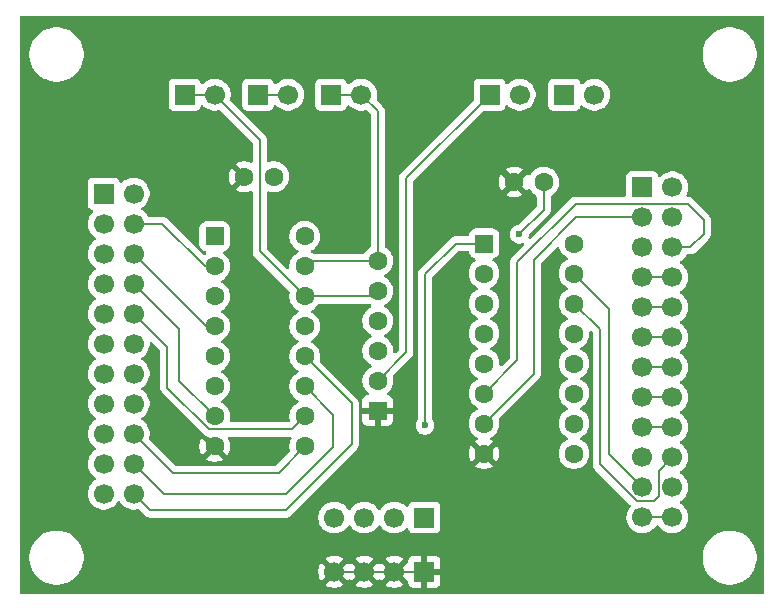
<source format=gbl>
G04 #@! TF.GenerationSoftware,KiCad,Pcbnew,9.0.2*
G04 #@! TF.CreationDate,2025-07-03T21:31:51+02:00*
G04 #@! TF.ProjectId,clock divider,636c6f63-6b20-4646-9976-696465722e6b,rev?*
G04 #@! TF.SameCoordinates,Original*
G04 #@! TF.FileFunction,Copper,L2,Bot*
G04 #@! TF.FilePolarity,Positive*
%FSLAX46Y46*%
G04 Gerber Fmt 4.6, Leading zero omitted, Abs format (unit mm)*
G04 Created by KiCad (PCBNEW 9.0.2) date 2025-07-03 21:31:51*
%MOMM*%
%LPD*%
G01*
G04 APERTURE LIST*
G04 Aperture macros list*
%AMRoundRect*
0 Rectangle with rounded corners*
0 $1 Rounding radius*
0 $2 $3 $4 $5 $6 $7 $8 $9 X,Y pos of 4 corners*
0 Add a 4 corners polygon primitive as box body*
4,1,4,$2,$3,$4,$5,$6,$7,$8,$9,$2,$3,0*
0 Add four circle primitives for the rounded corners*
1,1,$1+$1,$2,$3*
1,1,$1+$1,$4,$5*
1,1,$1+$1,$6,$7*
1,1,$1+$1,$8,$9*
0 Add four rect primitives between the rounded corners*
20,1,$1+$1,$2,$3,$4,$5,0*
20,1,$1+$1,$4,$5,$6,$7,0*
20,1,$1+$1,$6,$7,$8,$9,0*
20,1,$1+$1,$8,$9,$2,$3,0*%
G04 Aperture macros list end*
G04 #@! TA.AperFunction,ComponentPad*
%ADD10R,1.600000X1.600000*%
G04 #@! TD*
G04 #@! TA.AperFunction,ComponentPad*
%ADD11C,1.600000*%
G04 #@! TD*
G04 #@! TA.AperFunction,ComponentPad*
%ADD12R,1.700000X1.700000*%
G04 #@! TD*
G04 #@! TA.AperFunction,ComponentPad*
%ADD13C,1.700000*%
G04 #@! TD*
G04 #@! TA.AperFunction,ComponentPad*
%ADD14RoundRect,0.250000X-0.550000X-0.550000X0.550000X-0.550000X0.550000X0.550000X-0.550000X0.550000X0*%
G04 #@! TD*
G04 #@! TA.AperFunction,ViaPad*
%ADD15C,0.600000*%
G04 #@! TD*
G04 #@! TA.AperFunction,Conductor*
%ADD16C,0.200000*%
G04 #@! TD*
G04 APERTURE END LIST*
D10*
G04 #@! TO.P,RN1,1,R1*
G04 #@! TO.N,GND*
X191200000Y-93960000D03*
D11*
G04 #@! TO.P,RN1,2,R1.2*
G04 #@! TO.N,Net-(J1-Pin_1)*
X191200000Y-91420000D03*
G04 #@! TO.P,RN1,3,R2.2*
G04 #@! TO.N,Net-(J3-Pin_1)*
X191200000Y-88880000D03*
G04 #@! TO.P,RN1,4,R3.2*
G04 #@! TO.N,Net-(J5-Pin_1)*
X191200000Y-86340000D03*
G04 #@! TO.P,RN1,5,R4.2*
G04 #@! TO.N,Net-(J4-Pin_1)*
X191200000Y-83800000D03*
G04 #@! TO.P,RN1,6,R5.2*
G04 #@! TO.N,Net-(J6-Pin_1)*
X191200000Y-81260000D03*
G04 #@! TD*
G04 #@! TO.P,C1,1*
G04 #@! TO.N,VCC*
X205250000Y-74600000D03*
G04 #@! TO.P,C1,2*
G04 #@! TO.N,GND*
X202750000Y-74600000D03*
G04 #@! TD*
G04 #@! TO.P,C2,1*
G04 #@! TO.N,VCC*
X182400000Y-74140000D03*
G04 #@! TO.P,C2,2*
G04 #@! TO.N,GND*
X179900000Y-74140000D03*
G04 #@! TD*
D12*
G04 #@! TO.P,J4,1,Pin_1*
G04 #@! TO.N,Net-(J4-Pin_1)*
X174860000Y-67200000D03*
D13*
G04 #@! TO.P,J4,2,Pin_2*
X177400000Y-67200000D03*
G04 #@! TD*
D12*
G04 #@! TO.P,J8,1,Pin_1*
G04 #@! TO.N,VCC*
X195140000Y-103000000D03*
D13*
G04 #@! TO.P,J8,2,Pin_2*
X192600000Y-103000000D03*
G04 #@! TO.P,J8,3,Pin_3*
X190060000Y-103000000D03*
G04 #@! TO.P,J8,4,Pin_4*
X187520000Y-103000000D03*
G04 #@! TD*
D12*
G04 #@! TO.P,J1,1,Pin_1*
G04 #@! TO.N,Net-(J1-Pin_1)*
X200675000Y-67200000D03*
D13*
G04 #@! TO.P,J1,2,Pin_2*
X203215000Y-67200000D03*
G04 #@! TD*
D14*
G04 #@! TO.P,U1,1,Q11*
G04 #@! TO.N,Net-(J2-Pin_23)*
X200200000Y-79800000D03*
D11*
G04 #@! TO.P,U1,2,Q5*
G04 #@! TO.N,Net-(J2-Pin_11)*
X200200000Y-82340000D03*
G04 #@! TO.P,U1,3,Q4*
G04 #@! TO.N,Net-(J2-Pin_10)*
X200200000Y-84880000D03*
G04 #@! TO.P,U1,4,Q6*
G04 #@! TO.N,Net-(J2-Pin_13)*
X200200000Y-87420000D03*
G04 #@! TO.P,U1,5,Q3*
G04 #@! TO.N,Net-(J2-Pin_7)*
X200200000Y-89960000D03*
G04 #@! TO.P,U1,6,Q2*
G04 #@! TO.N,Net-(J2-Pin_5)*
X200200000Y-92500000D03*
G04 #@! TO.P,U1,7,Q1*
G04 #@! TO.N,Net-(J2-Pin_3)*
X200200000Y-95040000D03*
G04 #@! TO.P,U1,8,VSS*
G04 #@! TO.N,GND*
X200200000Y-97580000D03*
G04 #@! TO.P,U1,9,Q0*
G04 #@! TO.N,Net-(J2-Pin_1)*
X207820000Y-97580000D03*
G04 #@! TO.P,U1,10,CLK*
G04 #@! TO.N,Net-(J1-Pin_1)*
X207820000Y-95040000D03*
G04 #@! TO.P,U1,11,Reset*
G04 #@! TO.N,Net-(J3-Pin_1)*
X207820000Y-92500000D03*
G04 #@! TO.P,U1,12,Q8*
G04 #@! TO.N,Net-(J2-Pin_17)*
X207820000Y-89960000D03*
G04 #@! TO.P,U1,13,Q7*
G04 #@! TO.N,Net-(J2-Pin_15)*
X207820000Y-87420000D03*
G04 #@! TO.P,U1,14,Q9*
G04 #@! TO.N,Net-(J2-Pin_19)*
X207820000Y-84880000D03*
G04 #@! TO.P,U1,15,Q10*
G04 #@! TO.N,Net-(J2-Pin_21)*
X207820000Y-82340000D03*
G04 #@! TO.P,U1,16,VDD*
G04 #@! TO.N,VCC*
X207820000Y-79800000D03*
G04 #@! TD*
D12*
G04 #@! TO.P,J7,1,Pin_1*
G04 #@! TO.N,Net-(J7-Pin_1)*
X168000000Y-75580000D03*
D13*
G04 #@! TO.P,J7,2,Pin_2*
X170540000Y-75580000D03*
G04 #@! TO.P,J7,3,Pin_3*
G04 #@! TO.N,Net-(J7-Pin_3)*
X168000000Y-78120000D03*
G04 #@! TO.P,J7,4,Pin_4*
X170540000Y-78120000D03*
G04 #@! TO.P,J7,5,Pin_5*
G04 #@! TO.N,Net-(J7-Pin_5)*
X168000000Y-80660000D03*
G04 #@! TO.P,J7,6,Pin_6*
X170540000Y-80660000D03*
G04 #@! TO.P,J7,7,Pin_7*
G04 #@! TO.N,Net-(J7-Pin_7)*
X168000000Y-83200000D03*
G04 #@! TO.P,J7,8,Pin_8*
X170540000Y-83200000D03*
G04 #@! TO.P,J7,9,Pin_9*
G04 #@! TO.N,Net-(J7-Pin_10)*
X168000000Y-85740000D03*
G04 #@! TO.P,J7,10,Pin_10*
X170540000Y-85740000D03*
G04 #@! TO.P,J7,11,Pin_11*
G04 #@! TO.N,Net-(J7-Pin_11)*
X168000000Y-88280000D03*
G04 #@! TO.P,J7,12,Pin_12*
X170540000Y-88280000D03*
G04 #@! TO.P,J7,13,Pin_13*
G04 #@! TO.N,Net-(J7-Pin_13)*
X168000000Y-90820000D03*
G04 #@! TO.P,J7,14,Pin_14*
X170540000Y-90820000D03*
G04 #@! TO.P,J7,15,Pin_15*
G04 #@! TO.N,Net-(J7-Pin_15)*
X168000000Y-93360000D03*
G04 #@! TO.P,J7,16,Pin_16*
X170540000Y-93360000D03*
G04 #@! TO.P,J7,17,Pin_17*
G04 #@! TO.N,Net-(J7-Pin_17)*
X168000000Y-95900000D03*
G04 #@! TO.P,J7,18,Pin_18*
X170540000Y-95900000D03*
G04 #@! TO.P,J7,19,Pin_19*
G04 #@! TO.N,Net-(J7-Pin_19)*
X168000000Y-98440000D03*
G04 #@! TO.P,J7,20,Pin_20*
X170540000Y-98440000D03*
G04 #@! TO.P,J7,21,Pin_21*
G04 #@! TO.N,Net-(J7-Pin_21)*
X168000000Y-100980000D03*
G04 #@! TO.P,J7,22,Pin_22*
X170540000Y-100980000D03*
G04 #@! TD*
D12*
G04 #@! TO.P,J9,1,Pin_1*
G04 #@! TO.N,GND*
X195140000Y-107590000D03*
D13*
G04 #@! TO.P,J9,2,Pin_2*
X192600000Y-107590000D03*
G04 #@! TO.P,J9,3,Pin_3*
X190060000Y-107590000D03*
G04 #@! TO.P,J9,4,Pin_4*
X187520000Y-107590000D03*
G04 #@! TD*
D12*
G04 #@! TO.P,J3,1,Pin_1*
G04 #@! TO.N,Net-(J3-Pin_1)*
X207000000Y-67200000D03*
D13*
G04 #@! TO.P,J3,2,Pin_2*
X209540000Y-67200000D03*
G04 #@! TD*
D12*
G04 #@! TO.P,J6,1,Pin_1*
G04 #@! TO.N,Net-(J6-Pin_1)*
X187260000Y-67200000D03*
D13*
G04 #@! TO.P,J6,2,Pin_2*
X189800000Y-67200000D03*
G04 #@! TD*
D12*
G04 #@! TO.P,J2,1,Pin_1*
G04 #@! TO.N,Net-(J2-Pin_1)*
X213600000Y-75040000D03*
D13*
G04 #@! TO.P,J2,2,Pin_2*
X216140000Y-75040000D03*
G04 #@! TO.P,J2,3,Pin_3*
G04 #@! TO.N,Net-(J2-Pin_3)*
X213600000Y-77580000D03*
G04 #@! TO.P,J2,4,Pin_4*
X216140000Y-77580000D03*
G04 #@! TO.P,J2,5,Pin_5*
G04 #@! TO.N,Net-(J2-Pin_5)*
X213600000Y-80120000D03*
G04 #@! TO.P,J2,6,Pin_6*
X216140000Y-80120000D03*
G04 #@! TO.P,J2,7,Pin_7*
G04 #@! TO.N,Net-(J2-Pin_7)*
X213600000Y-82660000D03*
G04 #@! TO.P,J2,8,Pin_8*
X216140000Y-82660000D03*
G04 #@! TO.P,J2,9,Pin_9*
G04 #@! TO.N,Net-(J2-Pin_10)*
X213600000Y-85200000D03*
G04 #@! TO.P,J2,10,Pin_10*
X216140000Y-85200000D03*
G04 #@! TO.P,J2,11,Pin_11*
G04 #@! TO.N,Net-(J2-Pin_11)*
X213600000Y-87740000D03*
G04 #@! TO.P,J2,12,Pin_12*
X216140000Y-87740000D03*
G04 #@! TO.P,J2,13,Pin_13*
G04 #@! TO.N,Net-(J2-Pin_13)*
X213600000Y-90280000D03*
G04 #@! TO.P,J2,14,Pin_14*
X216140000Y-90280000D03*
G04 #@! TO.P,J2,15,Pin_15*
G04 #@! TO.N,Net-(J2-Pin_15)*
X213600000Y-92820000D03*
G04 #@! TO.P,J2,16,Pin_16*
X216140000Y-92820000D03*
G04 #@! TO.P,J2,17,Pin_17*
G04 #@! TO.N,Net-(J2-Pin_17)*
X213600000Y-95360000D03*
G04 #@! TO.P,J2,18,Pin_18*
X216140000Y-95360000D03*
G04 #@! TO.P,J2,19,Pin_19*
G04 #@! TO.N,Net-(J2-Pin_19)*
X213600000Y-97900000D03*
G04 #@! TO.P,J2,20,Pin_20*
X216140000Y-97900000D03*
G04 #@! TO.P,J2,21,Pin_21*
G04 #@! TO.N,Net-(J2-Pin_21)*
X213600000Y-100440000D03*
G04 #@! TO.P,J2,22,Pin_22*
X216140000Y-100440000D03*
G04 #@! TO.P,J2,23,Pin_23*
G04 #@! TO.N,Net-(J2-Pin_23)*
X213600000Y-102980000D03*
G04 #@! TO.P,J2,24,Pin_24*
X216140000Y-102980000D03*
G04 #@! TD*
D14*
G04 #@! TO.P,U2,1,Q5*
G04 #@! TO.N,Net-(J7-Pin_11)*
X177400000Y-79200000D03*
D11*
G04 #@! TO.P,U2,2,Q1*
G04 #@! TO.N,Net-(J7-Pin_3)*
X177400000Y-81740000D03*
G04 #@! TO.P,U2,3,Q0*
G04 #@! TO.N,Net-(J7-Pin_1)*
X177400000Y-84280000D03*
G04 #@! TO.P,U2,4,Q2*
G04 #@! TO.N,Net-(J7-Pin_5)*
X177400000Y-86820000D03*
G04 #@! TO.P,U2,5,Q6*
G04 #@! TO.N,Net-(J7-Pin_13)*
X177400000Y-89360000D03*
G04 #@! TO.P,U2,6,Q7*
G04 #@! TO.N,Net-(J7-Pin_15)*
X177400000Y-91900000D03*
G04 #@! TO.P,U2,7,Q3*
G04 #@! TO.N,Net-(J7-Pin_7)*
X177400000Y-94440000D03*
G04 #@! TO.P,U2,8,VSS*
G04 #@! TO.N,GND*
X177400000Y-96980000D03*
G04 #@! TO.P,U2,9,Q8*
G04 #@! TO.N,Net-(J7-Pin_17)*
X185020000Y-96980000D03*
G04 #@! TO.P,U2,10,Q4*
G04 #@! TO.N,Net-(J7-Pin_10)*
X185020000Y-94440000D03*
G04 #@! TO.P,U2,11,Q9*
G04 #@! TO.N,Net-(J7-Pin_19)*
X185020000Y-91900000D03*
G04 #@! TO.P,U2,12,Cout*
G04 #@! TO.N,Net-(J7-Pin_21)*
X185020000Y-89360000D03*
G04 #@! TO.P,U2,13,CKEN*
G04 #@! TO.N,Net-(J5-Pin_1)*
X185020000Y-86820000D03*
G04 #@! TO.P,U2,14,CLK*
G04 #@! TO.N,Net-(J4-Pin_1)*
X185020000Y-84280000D03*
G04 #@! TO.P,U2,15,Reset*
G04 #@! TO.N,Net-(J6-Pin_1)*
X185020000Y-81740000D03*
G04 #@! TO.P,U2,16,VDD*
G04 #@! TO.N,VCC*
X185020000Y-79200000D03*
G04 #@! TD*
D12*
G04 #@! TO.P,J5,1,Pin_1*
G04 #@! TO.N,Net-(J5-Pin_1)*
X181060000Y-67200000D03*
D13*
G04 #@! TO.P,J5,2,Pin_2*
X183600000Y-67200000D03*
G04 #@! TD*
D15*
G04 #@! TO.N,VCC*
X203200000Y-79000000D03*
G04 #@! TO.N,Net-(J2-Pin_23)*
X195200000Y-95200000D03*
G04 #@! TD*
D16*
G04 #@! TO.N,Net-(J1-Pin_1)*
X193600000Y-74275000D02*
X193600000Y-89020000D01*
X193600000Y-89020000D02*
X191200000Y-91420000D01*
X200675000Y-67200000D02*
X193600000Y-74275000D01*
G04 #@! TO.N,Net-(J2-Pin_11)*
X216140000Y-87740000D02*
X213600000Y-87740000D01*
G04 #@! TO.N,Net-(J2-Pin_21)*
X210800000Y-85320000D02*
X210800000Y-97640000D01*
X207820000Y-82340000D02*
X210800000Y-85320000D01*
X210800000Y-97640000D02*
X213600000Y-100440000D01*
G04 #@! TO.N,Net-(J2-Pin_17)*
X213600000Y-95360000D02*
X216140000Y-95360000D01*
G04 #@! TO.N,Net-(J2-Pin_10)*
X213600000Y-85200000D02*
X216140000Y-85200000D01*
G04 #@! TO.N,Net-(J2-Pin_19)*
X207820000Y-84880000D02*
X210000000Y-87060000D01*
X210000000Y-87060000D02*
X210000000Y-98467760D01*
X210000000Y-98467760D02*
X213123240Y-101591000D01*
X213123240Y-101591000D02*
X214609000Y-101591000D01*
X214989000Y-101211000D02*
X214989000Y-99051000D01*
X214989000Y-99051000D02*
X216140000Y-97900000D01*
X214609000Y-101591000D02*
X214989000Y-101211000D01*
G04 #@! TO.N,Net-(J4-Pin_1)*
X174860000Y-67200000D02*
X177400000Y-67200000D01*
X185020000Y-84280000D02*
X190720000Y-84280000D01*
X181200000Y-80460000D02*
X185020000Y-84280000D01*
X190720000Y-84280000D02*
X190916450Y-84083550D01*
X177400000Y-67200000D02*
X181200000Y-71000000D01*
X181200000Y-71000000D02*
X181200000Y-80460000D01*
G04 #@! TO.N,Net-(J5-Pin_1)*
X181060000Y-67200000D02*
X183600000Y-67200000D01*
G04 #@! TO.N,Net-(J7-Pin_17)*
X182800000Y-99200000D02*
X185020000Y-96980000D01*
X173840000Y-99200000D02*
X182800000Y-99200000D01*
X170540000Y-95900000D02*
X173840000Y-99200000D01*
G04 #@! TO.N,Net-(J7-Pin_10)*
X183919000Y-95541000D02*
X185020000Y-94440000D01*
X176943950Y-95541000D02*
X183919000Y-95541000D01*
X170540000Y-85740000D02*
X173400000Y-88600000D01*
X173400000Y-88600000D02*
X173400000Y-91997050D01*
X173400000Y-91997050D02*
X176943950Y-95541000D01*
G04 #@! TO.N,Net-(J7-Pin_19)*
X170540000Y-98440000D02*
X173100000Y-101000000D01*
X173100000Y-101000000D02*
X183400000Y-101000000D01*
X187400000Y-94280000D02*
X185020000Y-91900000D01*
X187400000Y-97000000D02*
X187400000Y-94280000D01*
X183400000Y-101000000D02*
X187400000Y-97000000D01*
G04 #@! TO.N,GND*
X190060000Y-107590000D02*
X192600000Y-107590000D01*
X192600000Y-107590000D02*
X195140000Y-107590000D01*
X187520000Y-107590000D02*
X190060000Y-107590000D01*
G04 #@! TO.N,VCC*
X203200000Y-79000000D02*
X205250000Y-76950000D01*
X205250000Y-76950000D02*
X205250000Y-74600000D01*
G04 #@! TO.N,Net-(J6-Pin_1)*
X187260000Y-67200000D02*
X189800000Y-67200000D01*
X189800000Y-67200000D02*
X191200000Y-68600000D01*
X191200000Y-81260000D02*
X185500000Y-81260000D01*
X185500000Y-81260000D02*
X185020000Y-81740000D01*
X191200000Y-68600000D02*
X191200000Y-81260000D01*
G04 #@! TO.N,Net-(J2-Pin_3)*
X204400000Y-81200000D02*
X208020000Y-77580000D01*
X204400000Y-90840000D02*
X204400000Y-81200000D01*
X200200000Y-95040000D02*
X204400000Y-90840000D01*
X208020000Y-77580000D02*
X213600000Y-77580000D01*
G04 #@! TO.N,Net-(J2-Pin_23)*
X195200000Y-82400000D02*
X197800000Y-79800000D01*
X216140000Y-102980000D02*
X213600000Y-102980000D01*
X195200000Y-95200000D02*
X195200000Y-82400000D01*
X197800000Y-79800000D02*
X200200000Y-79800000D01*
G04 #@! TO.N,Net-(J2-Pin_15)*
X216140000Y-92820000D02*
X213600000Y-92820000D01*
G04 #@! TO.N,Net-(J2-Pin_13)*
X213600000Y-90280000D02*
X216140000Y-90280000D01*
G04 #@! TO.N,Net-(J2-Pin_7)*
X216140000Y-82660000D02*
X213600000Y-82660000D01*
G04 #@! TO.N,Net-(J2-Pin_5)*
X202999000Y-89701000D02*
X202999000Y-81401000D01*
X200200000Y-92500000D02*
X202999000Y-89701000D01*
X207971000Y-76429000D02*
X217429000Y-76429000D01*
X218800000Y-77800000D02*
X218800000Y-79000000D01*
X217680000Y-80120000D02*
X216140000Y-80120000D01*
X217429000Y-76429000D02*
X218800000Y-77800000D01*
X218800000Y-79000000D02*
X217680000Y-80120000D01*
X202999000Y-81401000D02*
X207971000Y-76429000D01*
G04 #@! TO.N,Net-(J7-Pin_3)*
X176540000Y-81740000D02*
X177400000Y-81740000D01*
X170540000Y-78120000D02*
X172920000Y-78120000D01*
X172920000Y-78120000D02*
X176540000Y-81740000D01*
G04 #@! TO.N,Net-(J7-Pin_21)*
X170540000Y-100980000D02*
X171960000Y-102400000D01*
X183400000Y-102400000D02*
X189000000Y-96800000D01*
X171960000Y-102400000D02*
X183400000Y-102400000D01*
X189000000Y-93340000D02*
X185020000Y-89360000D01*
X189000000Y-96800000D02*
X189000000Y-93340000D01*
G04 #@! TO.N,Net-(J7-Pin_7)*
X174400000Y-91440000D02*
X177400000Y-94440000D01*
X174400000Y-87060000D02*
X174400000Y-91440000D01*
X170540000Y-83200000D02*
X174400000Y-87060000D01*
G04 #@! TO.N,Net-(J7-Pin_5)*
X170540000Y-80660000D02*
X176700000Y-86820000D01*
X176700000Y-86820000D02*
X177400000Y-86820000D01*
G04 #@! TD*
G04 #@! TA.AperFunction,Conductor*
G04 #@! TO.N,GND*
G36*
X172095703Y-88145384D02*
G01*
X172102170Y-88151406D01*
X172318793Y-88368028D01*
X172763181Y-88812416D01*
X172796666Y-88873739D01*
X172799500Y-88900097D01*
X172799500Y-91910380D01*
X172799499Y-91910398D01*
X172799499Y-92076104D01*
X172799498Y-92076104D01*
X172808283Y-92108888D01*
X172840423Y-92228835D01*
X172840424Y-92228836D01*
X172845328Y-92237332D01*
X172845330Y-92237334D01*
X172919477Y-92365762D01*
X172919481Y-92365767D01*
X173038349Y-92484635D01*
X173038355Y-92484640D01*
X176459089Y-95905374D01*
X176459099Y-95905385D01*
X176463429Y-95909715D01*
X176463430Y-95909716D01*
X176575234Y-96021520D01*
X176655422Y-96067816D01*
X176712165Y-96100577D01*
X176864893Y-96141500D01*
X176864901Y-96141500D01*
X176872953Y-96142561D01*
X176872742Y-96144157D01*
X176930730Y-96161185D01*
X176951372Y-96177819D01*
X177353554Y-96580000D01*
X177347339Y-96580000D01*
X177245606Y-96607259D01*
X177154394Y-96659920D01*
X177079920Y-96734394D01*
X177027259Y-96825606D01*
X177000000Y-96927339D01*
X177000000Y-96933553D01*
X176320524Y-96254077D01*
X176320523Y-96254077D01*
X176288143Y-96298644D01*
X176195244Y-96480968D01*
X176132009Y-96675582D01*
X176100000Y-96877682D01*
X176100000Y-97082317D01*
X176132009Y-97284417D01*
X176195244Y-97479031D01*
X176288141Y-97661350D01*
X176288147Y-97661359D01*
X176320523Y-97705921D01*
X176320524Y-97705922D01*
X177000000Y-97026446D01*
X177000000Y-97032661D01*
X177027259Y-97134394D01*
X177079920Y-97225606D01*
X177154394Y-97300080D01*
X177245606Y-97352741D01*
X177347339Y-97380000D01*
X177353553Y-97380000D01*
X176674076Y-98059474D01*
X176718650Y-98091859D01*
X176900968Y-98184755D01*
X177095582Y-98247990D01*
X177297683Y-98280000D01*
X177502317Y-98280000D01*
X177704417Y-98247990D01*
X177899031Y-98184755D01*
X178081349Y-98091859D01*
X178125921Y-98059474D01*
X177446447Y-97380000D01*
X177452661Y-97380000D01*
X177554394Y-97352741D01*
X177645606Y-97300080D01*
X177720080Y-97225606D01*
X177772741Y-97134394D01*
X177800000Y-97032661D01*
X177800000Y-97026446D01*
X178479474Y-97705921D01*
X178511859Y-97661349D01*
X178604755Y-97479031D01*
X178667990Y-97284417D01*
X178700000Y-97082317D01*
X178700000Y-96877682D01*
X178667990Y-96675582D01*
X178604755Y-96480968D01*
X178523652Y-96321795D01*
X178510756Y-96253126D01*
X178537032Y-96188385D01*
X178594139Y-96148128D01*
X178634137Y-96141500D01*
X183785303Y-96141500D01*
X183852342Y-96161185D01*
X183898097Y-96213989D01*
X183908041Y-96283147D01*
X183895788Y-96321792D01*
X183891204Y-96330791D01*
X183814781Y-96480776D01*
X183751522Y-96675465D01*
X183719500Y-96877648D01*
X183719500Y-97082351D01*
X183751522Y-97284534D01*
X183756173Y-97298848D01*
X183758165Y-97368690D01*
X183725921Y-97424842D01*
X182587584Y-98563181D01*
X182526261Y-98596666D01*
X182499903Y-98599500D01*
X174140098Y-98599500D01*
X174073059Y-98579815D01*
X174052417Y-98563181D01*
X173589132Y-98099896D01*
X173049444Y-97560208D01*
X171873756Y-96384521D01*
X171840272Y-96323199D01*
X171843507Y-96258523D01*
X171857246Y-96216243D01*
X171890500Y-96006287D01*
X171890500Y-95793713D01*
X171857246Y-95583757D01*
X171791557Y-95381588D01*
X171695051Y-95192184D01*
X171695049Y-95192181D01*
X171695048Y-95192179D01*
X171570109Y-95020213D01*
X171419786Y-94869890D01*
X171247820Y-94744951D01*
X171247002Y-94744534D01*
X171239054Y-94740485D01*
X171188259Y-94692512D01*
X171171463Y-94624692D01*
X171193999Y-94558556D01*
X171239054Y-94519515D01*
X171247816Y-94515051D01*
X171295774Y-94480208D01*
X171419786Y-94390109D01*
X171419788Y-94390106D01*
X171419792Y-94390104D01*
X171570104Y-94239792D01*
X171570106Y-94239788D01*
X171570109Y-94239786D01*
X171695048Y-94067820D01*
X171695047Y-94067820D01*
X171695051Y-94067816D01*
X171791557Y-93878412D01*
X171857246Y-93676243D01*
X171890500Y-93466287D01*
X171890500Y-93253713D01*
X171857246Y-93043757D01*
X171791557Y-92841588D01*
X171695051Y-92652184D01*
X171695049Y-92652181D01*
X171695048Y-92652179D01*
X171570109Y-92480213D01*
X171419786Y-92329890D01*
X171247820Y-92204951D01*
X171246994Y-92204530D01*
X171239054Y-92200485D01*
X171188259Y-92152512D01*
X171171463Y-92084692D01*
X171193999Y-92018556D01*
X171239054Y-91979515D01*
X171247816Y-91975051D01*
X171295774Y-91940208D01*
X171419786Y-91850109D01*
X171419788Y-91850106D01*
X171419792Y-91850104D01*
X171570104Y-91699792D01*
X171570106Y-91699788D01*
X171570109Y-91699786D01*
X171695048Y-91527820D01*
X171695047Y-91527820D01*
X171695051Y-91527816D01*
X171791557Y-91338412D01*
X171857246Y-91136243D01*
X171890500Y-90926287D01*
X171890500Y-90713713D01*
X171857246Y-90503757D01*
X171791557Y-90301588D01*
X171695051Y-90112184D01*
X171695049Y-90112181D01*
X171695048Y-90112179D01*
X171570109Y-89940213D01*
X171419786Y-89789890D01*
X171247820Y-89664951D01*
X171246994Y-89664530D01*
X171239054Y-89660485D01*
X171188259Y-89612512D01*
X171171463Y-89544692D01*
X171193999Y-89478556D01*
X171239054Y-89439515D01*
X171247816Y-89435051D01*
X171311601Y-89388709D01*
X171419786Y-89310109D01*
X171419788Y-89310106D01*
X171419792Y-89310104D01*
X171570104Y-89159792D01*
X171570106Y-89159788D01*
X171570109Y-89159786D01*
X171695048Y-88987820D01*
X171695047Y-88987820D01*
X171695051Y-88987816D01*
X171791557Y-88798412D01*
X171857246Y-88596243D01*
X171890500Y-88386287D01*
X171890500Y-88239097D01*
X171910185Y-88172058D01*
X171962989Y-88126303D01*
X172032147Y-88116359D01*
X172095703Y-88145384D01*
G37*
G04 #@! TD.AperFunction*
G04 #@! TA.AperFunction,Conductor*
G36*
X223842539Y-60520185D02*
G01*
X223888294Y-60572989D01*
X223899500Y-60624500D01*
X223899500Y-109375500D01*
X223879815Y-109442539D01*
X223827011Y-109488294D01*
X223775500Y-109499500D01*
X161024500Y-109499500D01*
X160957461Y-109479815D01*
X160911706Y-109427011D01*
X160900500Y-109375500D01*
X160900500Y-106249223D01*
X161699500Y-106249223D01*
X161699500Y-106550776D01*
X161699501Y-106550793D01*
X161738861Y-106849766D01*
X161816913Y-107141060D01*
X161932314Y-107419661D01*
X161932318Y-107419671D01*
X162083099Y-107680831D01*
X162266679Y-107920078D01*
X162266685Y-107920085D01*
X162479914Y-108133314D01*
X162479921Y-108133320D01*
X162719168Y-108316900D01*
X162980328Y-108467681D01*
X162980329Y-108467681D01*
X162980332Y-108467683D01*
X163163250Y-108543450D01*
X163258939Y-108583086D01*
X163258940Y-108583086D01*
X163258942Y-108583087D01*
X163550232Y-108661138D01*
X163849217Y-108700500D01*
X163849224Y-108700500D01*
X164150776Y-108700500D01*
X164150783Y-108700500D01*
X164449768Y-108661138D01*
X164741058Y-108583087D01*
X164774157Y-108569376D01*
X164836751Y-108543450D01*
X164885240Y-108523364D01*
X165019668Y-108467683D01*
X165280832Y-108316900D01*
X165520080Y-108133319D01*
X165733319Y-107920080D01*
X165916900Y-107680832D01*
X166030684Y-107483753D01*
X186170000Y-107483753D01*
X186170000Y-107696246D01*
X186203242Y-107906127D01*
X186203242Y-107906130D01*
X186268904Y-108108217D01*
X186365375Y-108297550D01*
X186404728Y-108351716D01*
X187037037Y-107719408D01*
X187054075Y-107782993D01*
X187119901Y-107897007D01*
X187212993Y-107990099D01*
X187327007Y-108055925D01*
X187390590Y-108072962D01*
X186758282Y-108705269D01*
X186758282Y-108705270D01*
X186812449Y-108744624D01*
X187001782Y-108841095D01*
X187203870Y-108906757D01*
X187413754Y-108940000D01*
X187626246Y-108940000D01*
X187836127Y-108906757D01*
X187836130Y-108906757D01*
X188038217Y-108841095D01*
X188227554Y-108744622D01*
X188281716Y-108705270D01*
X188281717Y-108705270D01*
X187649408Y-108072962D01*
X187712993Y-108055925D01*
X187827007Y-107990099D01*
X187920099Y-107897007D01*
X187985925Y-107782993D01*
X188002962Y-107719409D01*
X188635270Y-108351717D01*
X188635270Y-108351716D01*
X188674622Y-108297554D01*
X188679514Y-108287954D01*
X188727488Y-108237157D01*
X188795308Y-108220361D01*
X188861444Y-108242897D01*
X188900486Y-108287954D01*
X188905375Y-108297550D01*
X188944728Y-108351716D01*
X189577037Y-107719408D01*
X189594075Y-107782993D01*
X189659901Y-107897007D01*
X189752993Y-107990099D01*
X189867007Y-108055925D01*
X189930590Y-108072962D01*
X189298282Y-108705269D01*
X189298282Y-108705270D01*
X189352449Y-108744624D01*
X189541782Y-108841095D01*
X189743870Y-108906757D01*
X189953754Y-108940000D01*
X190166246Y-108940000D01*
X190376127Y-108906757D01*
X190376130Y-108906757D01*
X190578217Y-108841095D01*
X190767554Y-108744622D01*
X190821716Y-108705270D01*
X190821717Y-108705270D01*
X190189408Y-108072962D01*
X190252993Y-108055925D01*
X190367007Y-107990099D01*
X190460099Y-107897007D01*
X190525925Y-107782993D01*
X190542962Y-107719408D01*
X191175270Y-108351717D01*
X191175270Y-108351716D01*
X191214622Y-108297554D01*
X191219514Y-108287954D01*
X191267488Y-108237157D01*
X191335308Y-108220361D01*
X191401444Y-108242897D01*
X191440486Y-108287954D01*
X191445375Y-108297550D01*
X191484728Y-108351716D01*
X192117037Y-107719408D01*
X192134075Y-107782993D01*
X192199901Y-107897007D01*
X192292993Y-107990099D01*
X192407007Y-108055925D01*
X192470590Y-108072962D01*
X191838282Y-108705269D01*
X191838282Y-108705270D01*
X191892449Y-108744624D01*
X192081782Y-108841095D01*
X192283870Y-108906757D01*
X192493754Y-108940000D01*
X192706246Y-108940000D01*
X192916127Y-108906757D01*
X192916130Y-108906757D01*
X193118217Y-108841095D01*
X193307554Y-108744622D01*
X193361716Y-108705270D01*
X193361717Y-108705270D01*
X192729408Y-108072962D01*
X192792993Y-108055925D01*
X192907007Y-107990099D01*
X193000099Y-107897007D01*
X193065925Y-107782993D01*
X193082962Y-107719408D01*
X193752356Y-108388803D01*
X193785841Y-108450126D01*
X193784926Y-108464831D01*
X193787497Y-108464555D01*
X193796401Y-108547373D01*
X193796403Y-108547380D01*
X193846645Y-108682086D01*
X193846649Y-108682093D01*
X193932809Y-108797187D01*
X193932812Y-108797190D01*
X194047906Y-108883350D01*
X194047913Y-108883354D01*
X194182620Y-108933596D01*
X194182627Y-108933598D01*
X194242155Y-108939999D01*
X194242172Y-108940000D01*
X194890000Y-108940000D01*
X194890000Y-108023012D01*
X194947007Y-108055925D01*
X195074174Y-108090000D01*
X195205826Y-108090000D01*
X195332993Y-108055925D01*
X195390000Y-108023012D01*
X195390000Y-108940000D01*
X196037828Y-108940000D01*
X196037844Y-108939999D01*
X196097372Y-108933598D01*
X196097379Y-108933596D01*
X196232086Y-108883354D01*
X196232093Y-108883350D01*
X196347187Y-108797190D01*
X196347190Y-108797187D01*
X196433350Y-108682093D01*
X196433354Y-108682086D01*
X196483596Y-108547379D01*
X196483598Y-108547372D01*
X196489999Y-108487844D01*
X196490000Y-108487827D01*
X196490000Y-107840000D01*
X195573012Y-107840000D01*
X195605925Y-107782993D01*
X195640000Y-107655826D01*
X195640000Y-107524174D01*
X195605925Y-107397007D01*
X195573012Y-107340000D01*
X196490000Y-107340000D01*
X196490000Y-106692172D01*
X196489999Y-106692155D01*
X196483598Y-106632627D01*
X196483596Y-106632620D01*
X196433354Y-106497913D01*
X196433350Y-106497906D01*
X196347190Y-106382813D01*
X196295911Y-106344425D01*
X196295910Y-106344424D01*
X196232089Y-106296647D01*
X196232086Y-106296645D01*
X196104940Y-106249223D01*
X218699500Y-106249223D01*
X218699500Y-106550776D01*
X218699501Y-106550793D01*
X218738861Y-106849766D01*
X218816913Y-107141060D01*
X218932314Y-107419661D01*
X218932318Y-107419671D01*
X219083099Y-107680831D01*
X219266679Y-107920078D01*
X219266685Y-107920085D01*
X219479914Y-108133314D01*
X219479921Y-108133320D01*
X219719168Y-108316900D01*
X219980328Y-108467681D01*
X219980329Y-108467681D01*
X219980332Y-108467683D01*
X220163250Y-108543450D01*
X220258939Y-108583086D01*
X220258940Y-108583086D01*
X220258942Y-108583087D01*
X220550232Y-108661138D01*
X220849217Y-108700500D01*
X220849224Y-108700500D01*
X221150776Y-108700500D01*
X221150783Y-108700500D01*
X221449768Y-108661138D01*
X221741058Y-108583087D01*
X222019668Y-108467683D01*
X222280832Y-108316900D01*
X222520080Y-108133319D01*
X222733319Y-107920080D01*
X222916900Y-107680832D01*
X223067683Y-107419668D01*
X223183087Y-107141058D01*
X223261138Y-106849768D01*
X223300500Y-106550783D01*
X223300500Y-106249217D01*
X223261138Y-105950232D01*
X223183087Y-105658942D01*
X223067683Y-105380332D01*
X222916900Y-105119168D01*
X222733319Y-104879920D01*
X222733314Y-104879914D01*
X222520085Y-104666685D01*
X222520078Y-104666679D01*
X222280831Y-104483099D01*
X222019671Y-104332318D01*
X222019661Y-104332314D01*
X221741060Y-104216913D01*
X221449766Y-104138861D01*
X221150793Y-104099501D01*
X221150788Y-104099500D01*
X221150783Y-104099500D01*
X220849217Y-104099500D01*
X220849211Y-104099500D01*
X220849206Y-104099501D01*
X220550233Y-104138861D01*
X220258939Y-104216913D01*
X219980338Y-104332314D01*
X219980328Y-104332318D01*
X219719168Y-104483099D01*
X219479921Y-104666679D01*
X219479914Y-104666685D01*
X219266685Y-104879914D01*
X219266679Y-104879921D01*
X219083099Y-105119168D01*
X218932318Y-105380328D01*
X218932314Y-105380338D01*
X218816913Y-105658939D01*
X218738861Y-105950233D01*
X218699501Y-106249206D01*
X218699500Y-106249223D01*
X196104940Y-106249223D01*
X196097379Y-106246403D01*
X196097372Y-106246401D01*
X196037844Y-106240000D01*
X195390000Y-106240000D01*
X195390000Y-107156988D01*
X195332993Y-107124075D01*
X195205826Y-107090000D01*
X195074174Y-107090000D01*
X194947007Y-107124075D01*
X194890000Y-107156988D01*
X194890000Y-106240000D01*
X194242155Y-106240000D01*
X194182627Y-106246401D01*
X194182620Y-106246403D01*
X194047913Y-106296645D01*
X194047906Y-106296649D01*
X193932812Y-106382809D01*
X193932809Y-106382812D01*
X193846649Y-106497906D01*
X193846645Y-106497913D01*
X193796403Y-106632619D01*
X193796401Y-106632626D01*
X193787497Y-106715444D01*
X193784434Y-106715114D01*
X193785336Y-106732094D01*
X193752356Y-106791195D01*
X193082962Y-107460590D01*
X193065925Y-107397007D01*
X193000099Y-107282993D01*
X192907007Y-107189901D01*
X192792993Y-107124075D01*
X192729409Y-107107037D01*
X193361716Y-106474728D01*
X193307550Y-106435375D01*
X193118217Y-106338904D01*
X192916129Y-106273242D01*
X192706246Y-106240000D01*
X192493754Y-106240000D01*
X192283872Y-106273242D01*
X192283869Y-106273242D01*
X192081782Y-106338904D01*
X191892439Y-106435380D01*
X191838282Y-106474727D01*
X191838282Y-106474728D01*
X192470591Y-107107037D01*
X192407007Y-107124075D01*
X192292993Y-107189901D01*
X192199901Y-107282993D01*
X192134075Y-107397007D01*
X192117037Y-107460591D01*
X191484728Y-106828282D01*
X191484727Y-106828282D01*
X191445380Y-106882440D01*
X191440483Y-106892051D01*
X191392506Y-106942845D01*
X191324684Y-106959638D01*
X191258550Y-106937098D01*
X191219516Y-106892048D01*
X191214626Y-106882452D01*
X191175270Y-106828282D01*
X191175269Y-106828282D01*
X190542962Y-107460590D01*
X190525925Y-107397007D01*
X190460099Y-107282993D01*
X190367007Y-107189901D01*
X190252993Y-107124075D01*
X190189409Y-107107037D01*
X190821716Y-106474728D01*
X190767550Y-106435375D01*
X190578217Y-106338904D01*
X190376129Y-106273242D01*
X190166246Y-106240000D01*
X189953754Y-106240000D01*
X189743872Y-106273242D01*
X189743869Y-106273242D01*
X189541782Y-106338904D01*
X189352439Y-106435380D01*
X189298282Y-106474727D01*
X189298282Y-106474728D01*
X189930591Y-107107037D01*
X189867007Y-107124075D01*
X189752993Y-107189901D01*
X189659901Y-107282993D01*
X189594075Y-107397007D01*
X189577037Y-107460591D01*
X188944728Y-106828282D01*
X188944727Y-106828282D01*
X188905380Y-106882440D01*
X188900483Y-106892051D01*
X188852506Y-106942845D01*
X188784684Y-106959638D01*
X188718550Y-106937098D01*
X188679516Y-106892048D01*
X188674626Y-106882452D01*
X188635270Y-106828282D01*
X188635269Y-106828282D01*
X188002962Y-107460590D01*
X187985925Y-107397007D01*
X187920099Y-107282993D01*
X187827007Y-107189901D01*
X187712993Y-107124075D01*
X187649409Y-107107037D01*
X188281716Y-106474728D01*
X188227550Y-106435375D01*
X188038217Y-106338904D01*
X187836129Y-106273242D01*
X187626246Y-106240000D01*
X187413754Y-106240000D01*
X187203872Y-106273242D01*
X187203869Y-106273242D01*
X187001782Y-106338904D01*
X186812439Y-106435380D01*
X186758282Y-106474727D01*
X186758282Y-106474728D01*
X187390591Y-107107037D01*
X187327007Y-107124075D01*
X187212993Y-107189901D01*
X187119901Y-107282993D01*
X187054075Y-107397007D01*
X187037037Y-107460591D01*
X186404728Y-106828282D01*
X186404727Y-106828282D01*
X186365380Y-106882439D01*
X186268904Y-107071782D01*
X186203242Y-107273869D01*
X186203242Y-107273872D01*
X186170000Y-107483753D01*
X166030684Y-107483753D01*
X166067683Y-107419668D01*
X166183087Y-107141058D01*
X166261138Y-106849768D01*
X166300500Y-106550783D01*
X166300500Y-106249217D01*
X166261138Y-105950232D01*
X166183087Y-105658942D01*
X166067683Y-105380332D01*
X165916900Y-105119168D01*
X165733319Y-104879920D01*
X165733314Y-104879914D01*
X165520085Y-104666685D01*
X165520078Y-104666679D01*
X165280831Y-104483099D01*
X165019671Y-104332318D01*
X165019661Y-104332314D01*
X164741060Y-104216913D01*
X164449766Y-104138861D01*
X164150793Y-104099501D01*
X164150788Y-104099500D01*
X164150783Y-104099500D01*
X163849217Y-104099500D01*
X163849211Y-104099500D01*
X163849206Y-104099501D01*
X163550233Y-104138861D01*
X163258939Y-104216913D01*
X162980338Y-104332314D01*
X162980328Y-104332318D01*
X162719168Y-104483099D01*
X162479921Y-104666679D01*
X162479914Y-104666685D01*
X162266685Y-104879914D01*
X162266679Y-104879921D01*
X162083099Y-105119168D01*
X161932318Y-105380328D01*
X161932314Y-105380338D01*
X161816913Y-105658939D01*
X161738861Y-105950233D01*
X161699501Y-106249206D01*
X161699500Y-106249223D01*
X160900500Y-106249223D01*
X160900500Y-74682135D01*
X166649500Y-74682135D01*
X166649500Y-76477870D01*
X166649501Y-76477876D01*
X166655908Y-76537483D01*
X166706202Y-76672328D01*
X166706206Y-76672335D01*
X166792452Y-76787544D01*
X166792455Y-76787547D01*
X166907664Y-76873793D01*
X166907671Y-76873797D01*
X167039082Y-76922810D01*
X167095016Y-76964681D01*
X167119433Y-77030145D01*
X167104582Y-77098418D01*
X167083431Y-77126673D01*
X166969889Y-77240215D01*
X166844951Y-77412179D01*
X166748444Y-77601585D01*
X166748443Y-77601587D01*
X166748443Y-77601588D01*
X166715598Y-77702672D01*
X166682753Y-77803760D01*
X166665926Y-77910001D01*
X166649500Y-78013713D01*
X166649500Y-78226287D01*
X166657858Y-78279056D01*
X166682437Y-78434246D01*
X166682754Y-78436243D01*
X166742729Y-78620827D01*
X166748444Y-78638414D01*
X166844951Y-78827820D01*
X166969890Y-78999786D01*
X167120213Y-79150109D01*
X167292182Y-79275050D01*
X167300946Y-79279516D01*
X167351742Y-79327491D01*
X167368536Y-79395312D01*
X167345998Y-79461447D01*
X167300946Y-79500484D01*
X167292182Y-79504949D01*
X167120213Y-79629890D01*
X166969890Y-79780213D01*
X166844951Y-79952179D01*
X166748444Y-80141585D01*
X166748443Y-80141587D01*
X166748443Y-80141588D01*
X166715598Y-80242672D01*
X166682753Y-80343760D01*
X166658238Y-80498541D01*
X166649500Y-80553713D01*
X166649500Y-80766287D01*
X166657795Y-80818657D01*
X166682753Y-80976239D01*
X166682753Y-80976241D01*
X166682754Y-80976243D01*
X166741696Y-81157648D01*
X166748444Y-81178414D01*
X166844951Y-81367820D01*
X166969890Y-81539786D01*
X167120213Y-81690109D01*
X167292182Y-81815050D01*
X167300946Y-81819516D01*
X167351742Y-81867491D01*
X167368536Y-81935312D01*
X167345998Y-82001447D01*
X167300946Y-82040484D01*
X167292182Y-82044949D01*
X167120213Y-82169890D01*
X166969890Y-82320213D01*
X166844951Y-82492179D01*
X166748444Y-82681585D01*
X166748443Y-82681587D01*
X166748443Y-82681588D01*
X166715598Y-82782672D01*
X166682753Y-82883760D01*
X166652858Y-83072511D01*
X166649500Y-83093713D01*
X166649500Y-83306287D01*
X166653567Y-83331966D01*
X166682753Y-83516239D01*
X166682753Y-83516241D01*
X166682754Y-83516243D01*
X166741696Y-83697648D01*
X166748444Y-83718414D01*
X166844951Y-83907820D01*
X166969890Y-84079786D01*
X167120213Y-84230109D01*
X167292182Y-84355050D01*
X167300946Y-84359516D01*
X167351742Y-84407491D01*
X167368536Y-84475312D01*
X167345998Y-84541447D01*
X167300946Y-84580484D01*
X167292182Y-84584949D01*
X167120213Y-84709890D01*
X166969890Y-84860213D01*
X166844951Y-85032179D01*
X166748444Y-85221585D01*
X166748443Y-85221587D01*
X166748443Y-85221588D01*
X166715598Y-85322672D01*
X166682753Y-85423760D01*
X166652858Y-85612511D01*
X166649500Y-85633713D01*
X166649500Y-85846287D01*
X166653567Y-85871966D01*
X166682753Y-86056239D01*
X166682753Y-86056241D01*
X166682754Y-86056243D01*
X166741696Y-86237648D01*
X166748444Y-86258414D01*
X166844951Y-86447820D01*
X166969890Y-86619786D01*
X167120213Y-86770109D01*
X167292182Y-86895050D01*
X167300946Y-86899516D01*
X167351742Y-86947491D01*
X167368536Y-87015312D01*
X167345998Y-87081447D01*
X167300946Y-87120484D01*
X167292182Y-87124949D01*
X167120213Y-87249890D01*
X166969890Y-87400213D01*
X166844951Y-87572179D01*
X166748444Y-87761585D01*
X166748443Y-87761587D01*
X166748443Y-87761588D01*
X166719423Y-87850902D01*
X166682753Y-87963760D01*
X166652858Y-88152511D01*
X166649500Y-88173713D01*
X166649500Y-88386287D01*
X166653567Y-88411966D01*
X166680104Y-88579515D01*
X166682754Y-88596243D01*
X166741696Y-88777648D01*
X166748444Y-88798414D01*
X166844951Y-88987820D01*
X166969890Y-89159786D01*
X167120213Y-89310109D01*
X167292182Y-89435050D01*
X167300946Y-89439516D01*
X167351742Y-89487491D01*
X167368536Y-89555312D01*
X167345998Y-89621447D01*
X167300946Y-89660484D01*
X167292182Y-89664949D01*
X167120213Y-89789890D01*
X166969890Y-89940213D01*
X166844951Y-90112179D01*
X166748444Y-90301585D01*
X166748443Y-90301587D01*
X166748443Y-90301588D01*
X166715598Y-90402672D01*
X166682753Y-90503760D01*
X166653541Y-90688198D01*
X166649500Y-90713713D01*
X166649500Y-90926287D01*
X166653567Y-90951966D01*
X166680104Y-91119515D01*
X166682754Y-91136243D01*
X166741696Y-91317648D01*
X166748444Y-91338414D01*
X166844951Y-91527820D01*
X166969890Y-91699786D01*
X167120213Y-91850109D01*
X167292182Y-91975050D01*
X167300946Y-91979516D01*
X167351742Y-92027491D01*
X167368536Y-92095312D01*
X167345998Y-92161447D01*
X167300946Y-92200484D01*
X167292182Y-92204949D01*
X167120213Y-92329890D01*
X166969890Y-92480213D01*
X166844951Y-92652179D01*
X166748444Y-92841585D01*
X166748443Y-92841587D01*
X166748443Y-92841588D01*
X166682754Y-93043757D01*
X166649500Y-93253713D01*
X166649500Y-93466287D01*
X166653567Y-93491966D01*
X166680104Y-93659515D01*
X166682754Y-93676243D01*
X166722796Y-93799480D01*
X166748444Y-93878414D01*
X166844951Y-94067820D01*
X166969890Y-94239786D01*
X167120213Y-94390109D01*
X167292182Y-94515050D01*
X167300946Y-94519516D01*
X167351742Y-94567491D01*
X167368536Y-94635312D01*
X167345998Y-94701447D01*
X167300946Y-94740484D01*
X167292182Y-94744949D01*
X167120213Y-94869890D01*
X166969890Y-95020213D01*
X166844951Y-95192179D01*
X166748444Y-95381585D01*
X166748443Y-95381587D01*
X166748443Y-95381588D01*
X166715598Y-95482672D01*
X166682753Y-95583760D01*
X166653541Y-95768198D01*
X166649500Y-95793713D01*
X166649500Y-96006287D01*
X166651913Y-96021520D01*
X166682753Y-96216239D01*
X166682753Y-96216241D01*
X166682754Y-96216243D01*
X166737431Y-96384522D01*
X166748444Y-96418414D01*
X166844951Y-96607820D01*
X166969890Y-96779786D01*
X167120213Y-96930109D01*
X167292182Y-97055050D01*
X167300946Y-97059516D01*
X167351742Y-97107491D01*
X167368536Y-97175312D01*
X167345998Y-97241447D01*
X167300946Y-97280484D01*
X167292182Y-97284949D01*
X167120213Y-97409890D01*
X166969890Y-97560213D01*
X166844951Y-97732179D01*
X166748444Y-97921585D01*
X166748443Y-97921587D01*
X166748443Y-97921588D01*
X166720385Y-98007942D01*
X166682753Y-98123760D01*
X166658945Y-98274077D01*
X166649500Y-98333713D01*
X166649500Y-98546287D01*
X166649584Y-98546817D01*
X166682753Y-98756239D01*
X166682753Y-98756241D01*
X166682754Y-98756243D01*
X166747446Y-98955345D01*
X166748444Y-98958414D01*
X166844951Y-99147820D01*
X166969890Y-99319786D01*
X167120213Y-99470109D01*
X167292182Y-99595050D01*
X167300946Y-99599516D01*
X167351742Y-99647491D01*
X167368536Y-99715312D01*
X167345998Y-99781447D01*
X167300946Y-99820484D01*
X167292182Y-99824949D01*
X167120213Y-99949890D01*
X166969890Y-100100213D01*
X166844951Y-100272179D01*
X166748444Y-100461585D01*
X166748443Y-100461587D01*
X166748443Y-100461588D01*
X166715598Y-100562672D01*
X166682753Y-100663760D01*
X166649500Y-100873713D01*
X166649500Y-101086286D01*
X166682753Y-101296239D01*
X166682753Y-101296241D01*
X166682754Y-101296243D01*
X166737431Y-101464522D01*
X166748444Y-101498414D01*
X166844951Y-101687820D01*
X166969890Y-101859786D01*
X167120213Y-102010109D01*
X167292179Y-102135048D01*
X167292181Y-102135049D01*
X167292184Y-102135051D01*
X167481588Y-102231557D01*
X167683757Y-102297246D01*
X167893713Y-102330500D01*
X167893714Y-102330500D01*
X168106286Y-102330500D01*
X168106287Y-102330500D01*
X168316243Y-102297246D01*
X168518412Y-102231557D01*
X168707816Y-102135051D01*
X168795260Y-102071520D01*
X168879786Y-102010109D01*
X168879788Y-102010106D01*
X168879792Y-102010104D01*
X169030104Y-101859792D01*
X169030106Y-101859788D01*
X169030109Y-101859786D01*
X169155048Y-101687820D01*
X169155047Y-101687820D01*
X169155051Y-101687816D01*
X169159514Y-101679054D01*
X169207488Y-101628259D01*
X169275308Y-101611463D01*
X169341444Y-101633999D01*
X169380484Y-101679054D01*
X169382370Y-101682754D01*
X169384951Y-101687820D01*
X169509890Y-101859786D01*
X169660213Y-102010109D01*
X169832179Y-102135048D01*
X169832181Y-102135049D01*
X169832184Y-102135051D01*
X170021588Y-102231557D01*
X170223757Y-102297246D01*
X170433713Y-102330500D01*
X170433714Y-102330500D01*
X170646286Y-102330500D01*
X170646287Y-102330500D01*
X170856243Y-102297246D01*
X170898523Y-102283507D01*
X170968362Y-102281511D01*
X171024522Y-102313757D01*
X171475139Y-102764374D01*
X171475149Y-102764385D01*
X171479479Y-102768715D01*
X171479480Y-102768716D01*
X171591284Y-102880520D01*
X171614136Y-102893713D01*
X171678095Y-102930639D01*
X171678097Y-102930641D01*
X171728213Y-102959576D01*
X171728215Y-102959577D01*
X171880942Y-103000500D01*
X171880943Y-103000500D01*
X183313331Y-103000500D01*
X183313347Y-103000501D01*
X183320943Y-103000501D01*
X183479054Y-103000501D01*
X183479057Y-103000501D01*
X183631785Y-102959577D01*
X183681904Y-102930639D01*
X183745864Y-102893713D01*
X186169500Y-102893713D01*
X186169500Y-103106286D01*
X186199585Y-103296239D01*
X186202754Y-103316243D01*
X186261945Y-103498414D01*
X186268444Y-103518414D01*
X186364951Y-103707820D01*
X186489890Y-103879786D01*
X186640213Y-104030109D01*
X186812179Y-104155048D01*
X186812181Y-104155049D01*
X186812184Y-104155051D01*
X187001588Y-104251557D01*
X187203757Y-104317246D01*
X187413713Y-104350500D01*
X187413714Y-104350500D01*
X187626286Y-104350500D01*
X187626287Y-104350500D01*
X187836243Y-104317246D01*
X188038412Y-104251557D01*
X188227816Y-104155051D01*
X188314138Y-104092335D01*
X188399786Y-104030109D01*
X188399788Y-104030106D01*
X188399792Y-104030104D01*
X188550104Y-103879792D01*
X188550106Y-103879788D01*
X188550109Y-103879786D01*
X188675048Y-103707820D01*
X188675047Y-103707820D01*
X188675051Y-103707816D01*
X188679514Y-103699054D01*
X188727488Y-103648259D01*
X188795308Y-103631463D01*
X188861444Y-103653999D01*
X188900486Y-103699056D01*
X188904951Y-103707820D01*
X189029890Y-103879786D01*
X189180213Y-104030109D01*
X189352179Y-104155048D01*
X189352181Y-104155049D01*
X189352184Y-104155051D01*
X189541588Y-104251557D01*
X189743757Y-104317246D01*
X189953713Y-104350500D01*
X189953714Y-104350500D01*
X190166286Y-104350500D01*
X190166287Y-104350500D01*
X190376243Y-104317246D01*
X190578412Y-104251557D01*
X190767816Y-104155051D01*
X190854138Y-104092335D01*
X190939786Y-104030109D01*
X190939788Y-104030106D01*
X190939792Y-104030104D01*
X191090104Y-103879792D01*
X191090106Y-103879788D01*
X191090109Y-103879786D01*
X191215048Y-103707820D01*
X191215047Y-103707820D01*
X191215051Y-103707816D01*
X191219514Y-103699054D01*
X191267488Y-103648259D01*
X191335308Y-103631463D01*
X191401444Y-103653999D01*
X191440486Y-103699056D01*
X191444951Y-103707820D01*
X191569890Y-103879786D01*
X191720213Y-104030109D01*
X191892179Y-104155048D01*
X191892181Y-104155049D01*
X191892184Y-104155051D01*
X192081588Y-104251557D01*
X192283757Y-104317246D01*
X192493713Y-104350500D01*
X192493714Y-104350500D01*
X192706286Y-104350500D01*
X192706287Y-104350500D01*
X192916243Y-104317246D01*
X193118412Y-104251557D01*
X193307816Y-104155051D01*
X193479792Y-104030104D01*
X193593329Y-103916566D01*
X193654648Y-103883084D01*
X193724340Y-103888068D01*
X193780274Y-103929939D01*
X193797189Y-103960917D01*
X193846202Y-104092328D01*
X193846206Y-104092335D01*
X193932452Y-104207544D01*
X193932455Y-104207547D01*
X194047664Y-104293793D01*
X194047671Y-104293797D01*
X194182517Y-104344091D01*
X194182516Y-104344091D01*
X194189444Y-104344835D01*
X194242127Y-104350500D01*
X196037872Y-104350499D01*
X196097483Y-104344091D01*
X196232331Y-104293796D01*
X196347546Y-104207546D01*
X196433796Y-104092331D01*
X196484091Y-103957483D01*
X196490500Y-103897873D01*
X196490499Y-102102128D01*
X196484091Y-102042517D01*
X196482810Y-102039083D01*
X196433797Y-101907671D01*
X196433793Y-101907664D01*
X196347547Y-101792455D01*
X196347544Y-101792452D01*
X196232335Y-101706206D01*
X196232328Y-101706202D01*
X196097482Y-101655908D01*
X196097483Y-101655908D01*
X196037883Y-101649501D01*
X196037881Y-101649500D01*
X196037873Y-101649500D01*
X196037864Y-101649500D01*
X194242129Y-101649500D01*
X194242123Y-101649501D01*
X194182516Y-101655908D01*
X194047671Y-101706202D01*
X194047664Y-101706206D01*
X193932455Y-101792452D01*
X193932452Y-101792455D01*
X193846206Y-101907664D01*
X193846203Y-101907669D01*
X193797189Y-102039083D01*
X193755317Y-102095016D01*
X193689853Y-102119433D01*
X193621580Y-102104581D01*
X193593326Y-102083430D01*
X193479786Y-101969890D01*
X193307820Y-101844951D01*
X193118414Y-101748444D01*
X193118413Y-101748443D01*
X193118412Y-101748443D01*
X192916243Y-101682754D01*
X192916241Y-101682753D01*
X192916240Y-101682753D01*
X192754957Y-101657208D01*
X192706287Y-101649500D01*
X192493713Y-101649500D01*
X192445042Y-101657208D01*
X192283760Y-101682753D01*
X192081585Y-101748444D01*
X191892179Y-101844951D01*
X191720213Y-101969890D01*
X191569890Y-102120213D01*
X191444949Y-102292182D01*
X191440484Y-102300946D01*
X191392509Y-102351742D01*
X191324688Y-102368536D01*
X191258553Y-102345998D01*
X191219516Y-102300946D01*
X191215050Y-102292182D01*
X191090109Y-102120213D01*
X190939786Y-101969890D01*
X190767820Y-101844951D01*
X190578414Y-101748444D01*
X190578413Y-101748443D01*
X190578412Y-101748443D01*
X190376243Y-101682754D01*
X190376241Y-101682753D01*
X190376240Y-101682753D01*
X190214957Y-101657208D01*
X190166287Y-101649500D01*
X189953713Y-101649500D01*
X189905042Y-101657208D01*
X189743760Y-101682753D01*
X189541585Y-101748444D01*
X189352179Y-101844951D01*
X189180213Y-101969890D01*
X189029890Y-102120213D01*
X188904949Y-102292182D01*
X188900484Y-102300946D01*
X188852509Y-102351742D01*
X188784688Y-102368536D01*
X188718553Y-102345998D01*
X188679516Y-102300946D01*
X188675050Y-102292182D01*
X188550109Y-102120213D01*
X188399786Y-101969890D01*
X188227820Y-101844951D01*
X188038414Y-101748444D01*
X188038413Y-101748443D01*
X188038412Y-101748443D01*
X187836243Y-101682754D01*
X187836241Y-101682753D01*
X187836240Y-101682753D01*
X187674957Y-101657208D01*
X187626287Y-101649500D01*
X187413713Y-101649500D01*
X187365042Y-101657208D01*
X187203760Y-101682753D01*
X187001585Y-101748444D01*
X186812179Y-101844951D01*
X186640213Y-101969890D01*
X186489890Y-102120213D01*
X186364951Y-102292179D01*
X186268444Y-102481585D01*
X186202753Y-102683760D01*
X186169500Y-102893713D01*
X183745864Y-102893713D01*
X183768716Y-102880520D01*
X183880520Y-102768716D01*
X183880520Y-102768714D01*
X183890724Y-102758511D01*
X183890728Y-102758506D01*
X189358506Y-97290728D01*
X189358511Y-97290724D01*
X189368714Y-97280520D01*
X189368716Y-97280520D01*
X189480520Y-97168716D01*
X189555123Y-97039499D01*
X189559577Y-97031785D01*
X189600501Y-96879057D01*
X189600501Y-96720943D01*
X189600501Y-96713348D01*
X189600500Y-96713330D01*
X189600500Y-93429059D01*
X189600501Y-93429046D01*
X189600501Y-93260945D01*
X189600501Y-93260943D01*
X189559577Y-93108215D01*
X189522362Y-93043757D01*
X189480520Y-92971284D01*
X189368716Y-92859480D01*
X189368715Y-92859479D01*
X189364385Y-92855149D01*
X189364374Y-92855139D01*
X186314077Y-89804842D01*
X186280592Y-89743519D01*
X186283828Y-89678841D01*
X186288477Y-89664534D01*
X186320500Y-89462352D01*
X186320500Y-89257648D01*
X186288477Y-89055466D01*
X186266497Y-88987820D01*
X186247145Y-88928259D01*
X186225220Y-88860781D01*
X186225218Y-88860778D01*
X186225218Y-88860776D01*
X186187596Y-88786940D01*
X186132287Y-88678390D01*
X186124556Y-88667749D01*
X186011971Y-88512786D01*
X185867213Y-88368028D01*
X185701614Y-88247715D01*
X185684700Y-88239097D01*
X185608917Y-88200483D01*
X185558123Y-88152511D01*
X185541328Y-88084690D01*
X185563865Y-88018555D01*
X185608917Y-87979516D01*
X185701610Y-87932287D01*
X185762528Y-87888028D01*
X185867213Y-87811971D01*
X185867215Y-87811968D01*
X185867219Y-87811966D01*
X186011966Y-87667219D01*
X186011968Y-87667215D01*
X186011971Y-87667213D01*
X186081016Y-87572179D01*
X186132287Y-87501610D01*
X186225220Y-87319219D01*
X186288477Y-87124534D01*
X186320500Y-86922352D01*
X186320500Y-86717648D01*
X186297930Y-86575149D01*
X186288477Y-86515465D01*
X186247145Y-86388259D01*
X186225220Y-86320781D01*
X186225218Y-86320778D01*
X186225218Y-86320776D01*
X186191503Y-86254607D01*
X186132287Y-86138390D01*
X186103321Y-86098521D01*
X186011971Y-85972786D01*
X185867213Y-85828028D01*
X185701614Y-85707715D01*
X185684700Y-85699097D01*
X185608917Y-85660483D01*
X185558123Y-85612511D01*
X185541328Y-85544690D01*
X185563865Y-85478555D01*
X185608917Y-85439516D01*
X185701610Y-85392287D01*
X185819980Y-85306287D01*
X185867213Y-85271971D01*
X185867215Y-85271968D01*
X185867219Y-85271966D01*
X186011966Y-85127219D01*
X186011968Y-85127215D01*
X186011971Y-85127213D01*
X186132284Y-84961614D01*
X186132285Y-84961613D01*
X186132287Y-84961610D01*
X186139117Y-84948204D01*
X186187091Y-84897409D01*
X186249602Y-84880500D01*
X190434349Y-84880500D01*
X190448712Y-84884153D01*
X190460503Y-84883290D01*
X190480540Y-84892248D01*
X190493593Y-84895568D01*
X190500693Y-84899429D01*
X190518390Y-84912287D01*
X190612560Y-84960269D01*
X190614029Y-84961068D01*
X190637643Y-84984602D01*
X190661876Y-85007490D01*
X190662291Y-85009168D01*
X190663517Y-85010390D01*
X190670659Y-85042960D01*
X190678671Y-85075311D01*
X190678113Y-85076947D01*
X190678484Y-85078638D01*
X190666888Y-85109885D01*
X190656134Y-85141446D01*
X190654724Y-85142667D01*
X190654177Y-85144143D01*
X190645490Y-85150668D01*
X190611080Y-85180485D01*
X190518386Y-85227715D01*
X190352786Y-85348028D01*
X190208028Y-85492786D01*
X190087715Y-85658386D01*
X189994781Y-85840776D01*
X189931522Y-86035465D01*
X189904732Y-86204615D01*
X189899500Y-86237648D01*
X189899500Y-86442352D01*
X189900366Y-86447820D01*
X189931522Y-86644534D01*
X189994781Y-86839223D01*
X190036335Y-86920776D01*
X190081797Y-87010000D01*
X190087715Y-87021613D01*
X190208028Y-87187213D01*
X190352786Y-87331971D01*
X190507749Y-87444556D01*
X190518390Y-87452287D01*
X190609840Y-87498883D01*
X190611080Y-87499515D01*
X190661876Y-87547490D01*
X190678671Y-87615311D01*
X190656134Y-87681446D01*
X190611080Y-87720485D01*
X190518386Y-87767715D01*
X190352786Y-87888028D01*
X190208028Y-88032786D01*
X190087715Y-88198386D01*
X189994781Y-88380776D01*
X189931522Y-88575465D01*
X189903481Y-88752511D01*
X189899500Y-88777648D01*
X189899500Y-88982352D01*
X189900366Y-88987820D01*
X189931522Y-89184534D01*
X189994781Y-89379223D01*
X190045395Y-89478556D01*
X190081797Y-89550000D01*
X190087715Y-89561613D01*
X190208028Y-89727213D01*
X190352786Y-89871971D01*
X190507749Y-89984556D01*
X190518390Y-89992287D01*
X190609840Y-90038883D01*
X190611080Y-90039515D01*
X190661876Y-90087490D01*
X190678671Y-90155311D01*
X190656134Y-90221446D01*
X190611080Y-90260485D01*
X190518386Y-90307715D01*
X190352786Y-90428028D01*
X190208028Y-90572786D01*
X190087715Y-90738386D01*
X189994781Y-90920776D01*
X189931522Y-91115465D01*
X189903481Y-91292511D01*
X189899500Y-91317648D01*
X189899500Y-91522352D01*
X189900366Y-91527820D01*
X189931522Y-91724534D01*
X189994781Y-91919223D01*
X190031304Y-91990902D01*
X190081797Y-92090000D01*
X190087715Y-92101613D01*
X190208028Y-92267213D01*
X190208034Y-92267219D01*
X190352781Y-92411966D01*
X190389674Y-92438770D01*
X190432340Y-92494100D01*
X190438319Y-92563714D01*
X190405714Y-92625509D01*
X190344875Y-92659866D01*
X190330046Y-92662378D01*
X190292626Y-92666401D01*
X190292620Y-92666403D01*
X190157913Y-92716645D01*
X190157906Y-92716649D01*
X190042812Y-92802809D01*
X190042809Y-92802812D01*
X189956649Y-92917906D01*
X189956645Y-92917913D01*
X189906403Y-93052620D01*
X189906401Y-93052627D01*
X189900000Y-93112155D01*
X189900000Y-93710000D01*
X190884314Y-93710000D01*
X190879920Y-93714394D01*
X190827259Y-93805606D01*
X190800000Y-93907339D01*
X190800000Y-94012661D01*
X190827259Y-94114394D01*
X190879920Y-94205606D01*
X190884314Y-94210000D01*
X189900000Y-94210000D01*
X189900000Y-94807844D01*
X189906401Y-94867372D01*
X189906403Y-94867379D01*
X189956645Y-95002086D01*
X189956649Y-95002093D01*
X190042809Y-95117187D01*
X190042812Y-95117190D01*
X190157906Y-95203350D01*
X190157913Y-95203354D01*
X190292620Y-95253596D01*
X190292627Y-95253598D01*
X190352155Y-95259999D01*
X190352172Y-95260000D01*
X190950000Y-95260000D01*
X190950000Y-94275686D01*
X190954394Y-94280080D01*
X191045606Y-94332741D01*
X191147339Y-94360000D01*
X191252661Y-94360000D01*
X191354394Y-94332741D01*
X191445606Y-94280080D01*
X191450000Y-94275686D01*
X191450000Y-95260000D01*
X192047828Y-95260000D01*
X192047844Y-95259999D01*
X192107372Y-95253598D01*
X192107379Y-95253596D01*
X192242086Y-95203354D01*
X192242093Y-95203350D01*
X192351892Y-95121153D01*
X194399500Y-95121153D01*
X194399500Y-95278846D01*
X194430261Y-95433489D01*
X194430264Y-95433501D01*
X194490602Y-95579172D01*
X194490609Y-95579185D01*
X194578210Y-95710288D01*
X194578213Y-95710292D01*
X194689707Y-95821786D01*
X194689711Y-95821789D01*
X194820814Y-95909390D01*
X194820827Y-95909397D01*
X194966498Y-95969735D01*
X194966503Y-95969737D01*
X195121153Y-96000499D01*
X195121156Y-96000500D01*
X195121158Y-96000500D01*
X195278844Y-96000500D01*
X195278845Y-96000499D01*
X195433497Y-95969737D01*
X195579179Y-95909394D01*
X195710289Y-95821789D01*
X195821789Y-95710289D01*
X195909394Y-95579179D01*
X195969737Y-95433497D01*
X196000500Y-95278842D01*
X196000500Y-95121158D01*
X196000500Y-95121155D01*
X196000499Y-95121153D01*
X195984507Y-95040755D01*
X195969737Y-94966503D01*
X195935910Y-94884837D01*
X195909397Y-94820827D01*
X195909390Y-94820814D01*
X195821398Y-94689125D01*
X195800520Y-94622447D01*
X195800500Y-94620234D01*
X195800500Y-82700097D01*
X195820185Y-82633058D01*
X195836819Y-82612416D01*
X198012416Y-80436819D01*
X198073739Y-80403334D01*
X198100097Y-80400500D01*
X198787837Y-80400500D01*
X198854876Y-80420185D01*
X198900631Y-80472989D01*
X198909089Y-80498541D01*
X198909999Y-80502792D01*
X198965185Y-80669331D01*
X198965187Y-80669336D01*
X198979034Y-80691785D01*
X199057288Y-80818656D01*
X199181344Y-80942712D01*
X199330666Y-81034814D01*
X199412570Y-81061954D01*
X199470015Y-81101727D01*
X199496838Y-81166243D01*
X199484523Y-81235018D01*
X199446451Y-81279978D01*
X199352787Y-81348028D01*
X199352782Y-81348032D01*
X199208028Y-81492786D01*
X199087715Y-81658386D01*
X198994781Y-81840776D01*
X198931522Y-82035465D01*
X198899500Y-82237648D01*
X198899500Y-82442351D01*
X198931522Y-82644534D01*
X198994781Y-82839223D01*
X199025502Y-82899515D01*
X199084503Y-83015311D01*
X199087715Y-83021613D01*
X199208028Y-83187213D01*
X199352786Y-83331971D01*
X199491542Y-83432781D01*
X199518390Y-83452287D01*
X199603137Y-83495468D01*
X199611080Y-83499515D01*
X199661876Y-83547490D01*
X199678671Y-83615311D01*
X199656134Y-83681446D01*
X199611080Y-83720485D01*
X199518386Y-83767715D01*
X199352786Y-83888028D01*
X199208028Y-84032786D01*
X199087715Y-84198386D01*
X198994781Y-84380776D01*
X198931522Y-84575465D01*
X198899500Y-84777648D01*
X198899500Y-84982352D01*
X198902066Y-84998555D01*
X198931522Y-85184534D01*
X198994781Y-85379223D01*
X199056964Y-85501262D01*
X199084503Y-85555311D01*
X199087715Y-85561613D01*
X199208028Y-85727213D01*
X199352786Y-85871971D01*
X199491542Y-85972781D01*
X199518390Y-85992287D01*
X199609840Y-86038883D01*
X199611080Y-86039515D01*
X199661876Y-86087490D01*
X199678671Y-86155311D01*
X199656134Y-86221446D01*
X199611080Y-86260485D01*
X199518386Y-86307715D01*
X199352786Y-86428028D01*
X199208028Y-86572786D01*
X199087715Y-86738386D01*
X198994781Y-86920776D01*
X198931522Y-87115465D01*
X198899500Y-87317648D01*
X198899500Y-87522351D01*
X198931522Y-87724534D01*
X198994781Y-87919223D01*
X199025502Y-87979515D01*
X199084503Y-88095311D01*
X199087715Y-88101613D01*
X199208028Y-88267213D01*
X199352786Y-88411971D01*
X199491542Y-88512781D01*
X199518390Y-88532287D01*
X199609840Y-88578883D01*
X199611080Y-88579515D01*
X199661876Y-88627490D01*
X199678671Y-88695311D01*
X199656134Y-88761446D01*
X199611080Y-88800485D01*
X199518386Y-88847715D01*
X199352786Y-88968028D01*
X199208028Y-89112786D01*
X199087715Y-89278386D01*
X198994781Y-89460776D01*
X198931522Y-89655465D01*
X198899500Y-89857648D01*
X198899500Y-90062351D01*
X198931522Y-90264534D01*
X198994781Y-90459223D01*
X199025502Y-90519515D01*
X199084503Y-90635311D01*
X199087715Y-90641613D01*
X199208028Y-90807213D01*
X199352786Y-90951971D01*
X199461992Y-91031312D01*
X199518390Y-91072287D01*
X199603145Y-91115472D01*
X199611080Y-91119515D01*
X199661876Y-91167490D01*
X199678671Y-91235311D01*
X199656134Y-91301446D01*
X199611080Y-91340485D01*
X199518386Y-91387715D01*
X199352786Y-91508028D01*
X199208028Y-91652786D01*
X199087715Y-91818386D01*
X198994781Y-92000776D01*
X198931522Y-92195465D01*
X198899500Y-92397648D01*
X198899500Y-92602351D01*
X198931522Y-92804534D01*
X198994781Y-92999223D01*
X199058691Y-93124653D01*
X199084503Y-93175311D01*
X199087715Y-93181613D01*
X199208028Y-93347213D01*
X199352786Y-93491971D01*
X199485973Y-93588735D01*
X199518390Y-93612287D01*
X199609840Y-93658883D01*
X199611080Y-93659515D01*
X199661876Y-93707490D01*
X199678671Y-93775311D01*
X199656134Y-93841446D01*
X199611080Y-93880485D01*
X199518386Y-93927715D01*
X199352786Y-94048028D01*
X199208028Y-94192786D01*
X199087715Y-94358386D01*
X198994781Y-94540776D01*
X198931522Y-94735465D01*
X198899500Y-94937648D01*
X198899500Y-95142351D01*
X198931522Y-95344534D01*
X198994781Y-95539223D01*
X199025502Y-95599515D01*
X199082573Y-95711523D01*
X199087715Y-95721613D01*
X199208028Y-95887213D01*
X199352786Y-96031971D01*
X199518385Y-96152284D01*
X199518387Y-96152285D01*
X199518390Y-96152287D01*
X199611080Y-96199515D01*
X199611630Y-96199795D01*
X199662426Y-96247770D01*
X199679221Y-96315591D01*
X199656684Y-96381725D01*
X199611630Y-96420765D01*
X199518644Y-96468143D01*
X199474077Y-96500523D01*
X199474077Y-96500524D01*
X200153554Y-97180000D01*
X200147339Y-97180000D01*
X200045606Y-97207259D01*
X199954394Y-97259920D01*
X199879920Y-97334394D01*
X199827259Y-97425606D01*
X199800000Y-97527339D01*
X199800000Y-97533553D01*
X199120524Y-96854077D01*
X199120523Y-96854077D01*
X199088143Y-96898644D01*
X198995244Y-97080968D01*
X198932009Y-97275582D01*
X198900000Y-97477682D01*
X198900000Y-97682317D01*
X198932009Y-97884417D01*
X198995244Y-98079031D01*
X199088141Y-98261350D01*
X199088147Y-98261359D01*
X199120523Y-98305921D01*
X199120524Y-98305922D01*
X199800000Y-97626446D01*
X199800000Y-97632661D01*
X199827259Y-97734394D01*
X199879920Y-97825606D01*
X199954394Y-97900080D01*
X200045606Y-97952741D01*
X200147339Y-97980000D01*
X200153553Y-97980000D01*
X199474076Y-98659474D01*
X199518650Y-98691859D01*
X199700968Y-98784755D01*
X199895582Y-98847990D01*
X200097683Y-98880000D01*
X200302317Y-98880000D01*
X200504417Y-98847990D01*
X200699031Y-98784755D01*
X200881349Y-98691859D01*
X200925921Y-98659474D01*
X200246447Y-97980000D01*
X200252661Y-97980000D01*
X200354394Y-97952741D01*
X200445606Y-97900080D01*
X200520080Y-97825606D01*
X200572741Y-97734394D01*
X200600000Y-97632661D01*
X200600000Y-97626447D01*
X201279474Y-98305921D01*
X201311859Y-98261349D01*
X201404755Y-98079031D01*
X201467990Y-97884417D01*
X201500000Y-97682317D01*
X201500000Y-97477682D01*
X201467990Y-97275582D01*
X201404755Y-97080968D01*
X201311859Y-96898650D01*
X201279474Y-96854077D01*
X201279474Y-96854076D01*
X200600000Y-97533551D01*
X200600000Y-97527339D01*
X200572741Y-97425606D01*
X200520080Y-97334394D01*
X200445606Y-97259920D01*
X200354394Y-97207259D01*
X200252661Y-97180000D01*
X200246446Y-97180000D01*
X200925922Y-96500524D01*
X200925921Y-96500523D01*
X200881359Y-96468147D01*
X200881350Y-96468141D01*
X200788369Y-96420765D01*
X200737573Y-96372790D01*
X200720778Y-96304969D01*
X200743315Y-96238835D01*
X200788370Y-96199795D01*
X200788920Y-96199515D01*
X200881610Y-96152287D01*
X200997870Y-96067820D01*
X201047213Y-96031971D01*
X201047215Y-96031968D01*
X201047219Y-96031966D01*
X201191966Y-95887219D01*
X201191968Y-95887215D01*
X201191971Y-95887213D01*
X201244732Y-95814590D01*
X201312287Y-95721610D01*
X201405220Y-95539219D01*
X201468477Y-95344534D01*
X201500500Y-95142352D01*
X201500500Y-94937648D01*
X201478517Y-94798853D01*
X201468478Y-94735472D01*
X201468477Y-94735471D01*
X201468477Y-94735466D01*
X201463825Y-94721151D01*
X201461832Y-94651312D01*
X201494075Y-94595158D01*
X204758506Y-91330728D01*
X204758511Y-91330724D01*
X204768714Y-91320520D01*
X204768716Y-91320520D01*
X204880520Y-91208716D01*
X204905032Y-91166260D01*
X204936454Y-91111836D01*
X204936455Y-91111834D01*
X204959574Y-91071790D01*
X204959575Y-91071789D01*
X204959575Y-91071787D01*
X204959577Y-91071785D01*
X205000501Y-90919057D01*
X205000501Y-90760943D01*
X205000501Y-90753348D01*
X205000500Y-90753330D01*
X205000500Y-81500096D01*
X205020185Y-81433057D01*
X205036814Y-81412420D01*
X206357721Y-80091512D01*
X206419042Y-80058029D01*
X206488734Y-80063013D01*
X206544667Y-80104885D01*
X206563331Y-80140876D01*
X206614781Y-80299223D01*
X206664772Y-80397334D01*
X206704503Y-80475311D01*
X206707715Y-80481613D01*
X206828028Y-80647213D01*
X206972786Y-80791971D01*
X207111542Y-80892781D01*
X207138390Y-80912287D01*
X207229840Y-80958883D01*
X207231080Y-80959515D01*
X207281876Y-81007490D01*
X207298671Y-81075311D01*
X207276134Y-81141446D01*
X207231080Y-81180485D01*
X207138386Y-81227715D01*
X206972786Y-81348028D01*
X206828028Y-81492786D01*
X206707715Y-81658386D01*
X206614781Y-81840776D01*
X206551522Y-82035465D01*
X206519500Y-82237648D01*
X206519500Y-82442351D01*
X206551522Y-82644534D01*
X206614781Y-82839223D01*
X206645502Y-82899515D01*
X206704503Y-83015311D01*
X206707715Y-83021613D01*
X206828028Y-83187213D01*
X206972786Y-83331971D01*
X207111542Y-83432781D01*
X207138390Y-83452287D01*
X207223137Y-83495468D01*
X207231080Y-83499515D01*
X207281876Y-83547490D01*
X207298671Y-83615311D01*
X207276134Y-83681446D01*
X207231080Y-83720485D01*
X207138386Y-83767715D01*
X206972786Y-83888028D01*
X206828028Y-84032786D01*
X206707715Y-84198386D01*
X206614781Y-84380776D01*
X206551522Y-84575465D01*
X206519500Y-84777648D01*
X206519500Y-84982352D01*
X206522066Y-84998555D01*
X206551522Y-85184534D01*
X206614781Y-85379223D01*
X206676964Y-85501262D01*
X206704503Y-85555311D01*
X206707715Y-85561613D01*
X206828028Y-85727213D01*
X206972786Y-85871971D01*
X207111542Y-85972781D01*
X207138390Y-85992287D01*
X207229840Y-86038883D01*
X207231080Y-86039515D01*
X207281876Y-86087490D01*
X207298671Y-86155311D01*
X207276134Y-86221446D01*
X207231080Y-86260485D01*
X207138386Y-86307715D01*
X206972786Y-86428028D01*
X206828028Y-86572786D01*
X206707715Y-86738386D01*
X206614781Y-86920776D01*
X206551522Y-87115465D01*
X206519500Y-87317648D01*
X206519500Y-87522351D01*
X206551522Y-87724534D01*
X206614781Y-87919223D01*
X206645502Y-87979515D01*
X206704503Y-88095311D01*
X206707715Y-88101613D01*
X206828028Y-88267213D01*
X206972786Y-88411971D01*
X207111542Y-88512781D01*
X207138390Y-88532287D01*
X207229840Y-88578883D01*
X207231080Y-88579515D01*
X207281876Y-88627490D01*
X207298671Y-88695311D01*
X207276134Y-88761446D01*
X207231080Y-88800485D01*
X207138386Y-88847715D01*
X206972786Y-88968028D01*
X206828028Y-89112786D01*
X206707715Y-89278386D01*
X206614781Y-89460776D01*
X206551522Y-89655465D01*
X206519500Y-89857648D01*
X206519500Y-90062351D01*
X206551522Y-90264534D01*
X206614781Y-90459223D01*
X206645502Y-90519515D01*
X206704503Y-90635311D01*
X206707715Y-90641613D01*
X206828028Y-90807213D01*
X206972786Y-90951971D01*
X207081992Y-91031312D01*
X207138390Y-91072287D01*
X207223145Y-91115472D01*
X207231080Y-91119515D01*
X207281876Y-91167490D01*
X207298671Y-91235311D01*
X207276134Y-91301446D01*
X207231080Y-91340485D01*
X207138386Y-91387715D01*
X206972786Y-91508028D01*
X206828028Y-91652786D01*
X206707715Y-91818386D01*
X206614781Y-92000776D01*
X206551522Y-92195465D01*
X206519500Y-92397648D01*
X206519500Y-92602351D01*
X206551522Y-92804534D01*
X206614781Y-92999223D01*
X206678691Y-93124653D01*
X206704503Y-93175311D01*
X206707715Y-93181613D01*
X206828028Y-93347213D01*
X206972786Y-93491971D01*
X207105973Y-93588735D01*
X207138390Y-93612287D01*
X207229840Y-93658883D01*
X207231080Y-93659515D01*
X207281876Y-93707490D01*
X207298671Y-93775311D01*
X207276134Y-93841446D01*
X207231080Y-93880485D01*
X207138386Y-93927715D01*
X206972786Y-94048028D01*
X206828028Y-94192786D01*
X206707715Y-94358386D01*
X206614781Y-94540776D01*
X206551522Y-94735465D01*
X206519500Y-94937648D01*
X206519500Y-95142351D01*
X206551522Y-95344534D01*
X206614781Y-95539223D01*
X206645502Y-95599515D01*
X206702573Y-95711523D01*
X206707715Y-95721613D01*
X206828028Y-95887213D01*
X206972786Y-96031971D01*
X207111542Y-96132781D01*
X207138390Y-96152287D01*
X207229840Y-96198883D01*
X207231080Y-96199515D01*
X207281876Y-96247490D01*
X207298671Y-96315311D01*
X207276134Y-96381446D01*
X207231080Y-96420485D01*
X207138386Y-96467715D01*
X206972786Y-96588028D01*
X206828028Y-96732786D01*
X206707715Y-96898386D01*
X206614781Y-97080776D01*
X206551522Y-97275465D01*
X206519500Y-97477648D01*
X206519500Y-97682351D01*
X206551522Y-97884534D01*
X206614781Y-98079223D01*
X206668553Y-98184755D01*
X206707585Y-98261359D01*
X206707715Y-98261613D01*
X206828028Y-98427213D01*
X206972786Y-98571971D01*
X207093226Y-98659474D01*
X207138390Y-98692287D01*
X207254607Y-98751503D01*
X207320776Y-98785218D01*
X207320778Y-98785218D01*
X207320781Y-98785220D01*
X207425137Y-98819127D01*
X207515465Y-98848477D01*
X207616557Y-98864488D01*
X207717648Y-98880500D01*
X207717649Y-98880500D01*
X207922351Y-98880500D01*
X207922352Y-98880500D01*
X208124534Y-98848477D01*
X208319219Y-98785220D01*
X208501610Y-98692287D01*
X208617870Y-98607820D01*
X208667213Y-98571971D01*
X208667215Y-98571968D01*
X208667219Y-98571966D01*
X208811966Y-98427219D01*
X208811968Y-98427215D01*
X208811971Y-98427213D01*
X208865897Y-98352989D01*
X208932287Y-98261610D01*
X209025220Y-98079219D01*
X209088477Y-97884534D01*
X209120500Y-97682352D01*
X209120500Y-97477648D01*
X209103626Y-97371111D01*
X209088477Y-97275465D01*
X209053792Y-97168716D01*
X209025220Y-97080781D01*
X209025218Y-97080778D01*
X209025218Y-97080776D01*
X208963932Y-96960497D01*
X208932287Y-96898390D01*
X208900092Y-96854077D01*
X208811971Y-96732786D01*
X208667213Y-96588028D01*
X208501614Y-96467715D01*
X208495006Y-96464348D01*
X208408917Y-96420483D01*
X208358123Y-96372511D01*
X208341328Y-96304690D01*
X208363865Y-96238555D01*
X208408917Y-96199516D01*
X208501610Y-96152287D01*
X208528458Y-96132781D01*
X208667213Y-96031971D01*
X208667215Y-96031968D01*
X208667219Y-96031966D01*
X208811966Y-95887219D01*
X208811968Y-95887215D01*
X208811971Y-95887213D01*
X208864732Y-95814590D01*
X208932287Y-95721610D01*
X209025220Y-95539219D01*
X209088477Y-95344534D01*
X209120500Y-95142352D01*
X209120500Y-94937648D01*
X209098517Y-94798853D01*
X209088477Y-94735465D01*
X209051036Y-94620234D01*
X209025220Y-94540781D01*
X209025218Y-94540778D01*
X209025218Y-94540776D01*
X208991503Y-94474607D01*
X208932287Y-94358390D01*
X208911581Y-94329890D01*
X208811971Y-94192786D01*
X208667213Y-94048028D01*
X208501614Y-93927715D01*
X208469366Y-93911284D01*
X208408917Y-93880483D01*
X208358123Y-93832511D01*
X208341328Y-93764690D01*
X208363865Y-93698555D01*
X208408917Y-93659516D01*
X208501610Y-93612287D01*
X208536058Y-93587259D01*
X208667213Y-93491971D01*
X208667215Y-93491968D01*
X208667219Y-93491966D01*
X208811966Y-93347219D01*
X208811968Y-93347215D01*
X208811971Y-93347213D01*
X208874649Y-93260943D01*
X208932287Y-93181610D01*
X209025220Y-92999219D01*
X209088477Y-92804534D01*
X209120500Y-92602352D01*
X209120500Y-92397648D01*
X209103626Y-92291111D01*
X209088477Y-92195465D01*
X209049694Y-92076104D01*
X209025220Y-92000781D01*
X209025218Y-92000778D01*
X209025218Y-92000776D01*
X208979158Y-91910380D01*
X208932287Y-91818390D01*
X208911581Y-91789890D01*
X208811971Y-91652786D01*
X208667213Y-91508028D01*
X208501614Y-91387715D01*
X208495006Y-91384348D01*
X208408917Y-91340483D01*
X208358123Y-91292511D01*
X208341328Y-91224690D01*
X208363865Y-91158555D01*
X208408917Y-91119516D01*
X208501610Y-91072287D01*
X208617870Y-90987820D01*
X208667213Y-90951971D01*
X208667215Y-90951968D01*
X208667219Y-90951966D01*
X208811966Y-90807219D01*
X208811968Y-90807215D01*
X208811971Y-90807213D01*
X208864732Y-90734590D01*
X208932287Y-90641610D01*
X209025220Y-90459219D01*
X209088477Y-90264534D01*
X209120500Y-90062352D01*
X209120500Y-89857648D01*
X209103626Y-89751111D01*
X209088477Y-89655465D01*
X209052484Y-89544692D01*
X209025220Y-89460781D01*
X209025218Y-89460778D01*
X209025218Y-89460776D01*
X208991503Y-89394607D01*
X208932287Y-89278390D01*
X208912961Y-89251790D01*
X208811971Y-89112786D01*
X208667213Y-88968028D01*
X208501614Y-88847715D01*
X208495006Y-88844348D01*
X208408917Y-88800483D01*
X208358123Y-88752511D01*
X208341328Y-88684690D01*
X208363865Y-88618555D01*
X208408917Y-88579516D01*
X208501610Y-88532287D01*
X208617870Y-88447820D01*
X208667213Y-88411971D01*
X208667215Y-88411968D01*
X208667219Y-88411966D01*
X208811966Y-88267219D01*
X208811968Y-88267215D01*
X208811971Y-88267213D01*
X208864732Y-88194590D01*
X208932287Y-88101610D01*
X209025220Y-87919219D01*
X209088477Y-87724534D01*
X209120500Y-87522352D01*
X209120500Y-87329097D01*
X209126738Y-87307851D01*
X209128318Y-87285763D01*
X209136390Y-87274979D01*
X209140185Y-87262058D01*
X209156918Y-87247558D01*
X209170190Y-87229830D01*
X209182810Y-87225122D01*
X209192989Y-87216303D01*
X209214906Y-87213151D01*
X209235654Y-87205413D01*
X209248814Y-87208275D01*
X209262147Y-87206359D01*
X209282290Y-87215558D01*
X209303927Y-87220265D01*
X209321652Y-87233533D01*
X209325703Y-87235384D01*
X209332181Y-87241416D01*
X209363181Y-87272416D01*
X209396666Y-87333739D01*
X209399500Y-87360097D01*
X209399500Y-98381090D01*
X209399499Y-98381108D01*
X209399499Y-98546814D01*
X209399498Y-98546814D01*
X209440423Y-98699545D01*
X209451933Y-98719480D01*
X209451934Y-98719483D01*
X209519475Y-98836469D01*
X209519481Y-98836477D01*
X209638349Y-98955345D01*
X209638355Y-98955350D01*
X212588873Y-101905868D01*
X212622358Y-101967191D01*
X212617374Y-102036883D01*
X212588875Y-102081228D01*
X212569890Y-102100213D01*
X212444951Y-102272179D01*
X212348444Y-102461585D01*
X212282753Y-102663760D01*
X212266816Y-102764385D01*
X212249500Y-102873713D01*
X212249500Y-103086287D01*
X212282754Y-103296243D01*
X212336498Y-103461650D01*
X212348444Y-103498414D01*
X212444951Y-103687820D01*
X212569890Y-103859786D01*
X212720213Y-104010109D01*
X212892179Y-104135048D01*
X212892181Y-104135049D01*
X212892184Y-104135051D01*
X213081588Y-104231557D01*
X213283757Y-104297246D01*
X213493713Y-104330500D01*
X213493714Y-104330500D01*
X213706286Y-104330500D01*
X213706287Y-104330500D01*
X213916243Y-104297246D01*
X214118412Y-104231557D01*
X214307816Y-104135051D01*
X214366610Y-104092335D01*
X214479786Y-104010109D01*
X214479788Y-104010106D01*
X214479792Y-104010104D01*
X214630104Y-103859792D01*
X214630106Y-103859788D01*
X214630109Y-103859786D01*
X214755048Y-103687820D01*
X214755047Y-103687820D01*
X214755051Y-103687816D01*
X214759514Y-103679055D01*
X214807488Y-103628259D01*
X214875308Y-103611463D01*
X214941444Y-103633999D01*
X214980486Y-103679056D01*
X214984951Y-103687820D01*
X215109890Y-103859786D01*
X215260213Y-104010109D01*
X215432179Y-104135048D01*
X215432181Y-104135049D01*
X215432184Y-104135051D01*
X215621588Y-104231557D01*
X215823757Y-104297246D01*
X216033713Y-104330500D01*
X216033714Y-104330500D01*
X216246286Y-104330500D01*
X216246287Y-104330500D01*
X216456243Y-104297246D01*
X216658412Y-104231557D01*
X216847816Y-104135051D01*
X216906610Y-104092335D01*
X217019786Y-104010109D01*
X217019788Y-104010106D01*
X217019792Y-104010104D01*
X217170104Y-103859792D01*
X217170106Y-103859788D01*
X217170109Y-103859786D01*
X217295048Y-103687820D01*
X217295047Y-103687820D01*
X217295051Y-103687816D01*
X217391557Y-103498412D01*
X217457246Y-103296243D01*
X217490500Y-103086287D01*
X217490500Y-102873713D01*
X217457246Y-102663757D01*
X217391557Y-102461588D01*
X217295051Y-102272184D01*
X217295049Y-102272181D01*
X217295048Y-102272179D01*
X217170109Y-102100213D01*
X217019786Y-101949890D01*
X216847820Y-101824951D01*
X216847115Y-101824591D01*
X216839054Y-101820485D01*
X216788259Y-101772512D01*
X216771463Y-101704692D01*
X216793999Y-101638556D01*
X216839054Y-101599515D01*
X216847816Y-101595051D01*
X216869789Y-101579086D01*
X217019786Y-101470109D01*
X217019788Y-101470106D01*
X217019792Y-101470104D01*
X217170104Y-101319792D01*
X217170106Y-101319788D01*
X217170109Y-101319786D01*
X217295048Y-101147820D01*
X217295047Y-101147820D01*
X217295051Y-101147816D01*
X217391557Y-100958412D01*
X217457246Y-100756243D01*
X217490500Y-100546287D01*
X217490500Y-100333713D01*
X217457246Y-100123757D01*
X217391557Y-99921588D01*
X217295051Y-99732184D01*
X217295049Y-99732181D01*
X217295048Y-99732179D01*
X217170109Y-99560213D01*
X217019786Y-99409890D01*
X216847820Y-99284951D01*
X216847115Y-99284591D01*
X216839054Y-99280485D01*
X216788259Y-99232512D01*
X216771463Y-99164692D01*
X216793999Y-99098556D01*
X216839054Y-99059515D01*
X216847816Y-99055051D01*
X216928500Y-98996431D01*
X217019786Y-98930109D01*
X217019788Y-98930106D01*
X217019792Y-98930104D01*
X217170104Y-98779792D01*
X217170106Y-98779788D01*
X217170109Y-98779786D01*
X217295048Y-98607820D01*
X217295047Y-98607820D01*
X217295051Y-98607816D01*
X217391557Y-98418412D01*
X217457246Y-98216243D01*
X217490500Y-98006287D01*
X217490500Y-97793713D01*
X217457246Y-97583757D01*
X217391557Y-97381588D01*
X217295051Y-97192184D01*
X217295049Y-97192181D01*
X217295048Y-97192179D01*
X217170109Y-97020213D01*
X217019786Y-96869890D01*
X216847820Y-96744951D01*
X216847115Y-96744591D01*
X216839054Y-96740485D01*
X216788259Y-96692512D01*
X216771463Y-96624692D01*
X216793999Y-96558556D01*
X216839054Y-96519515D01*
X216847816Y-96515051D01*
X216894992Y-96480776D01*
X217019786Y-96390109D01*
X217019788Y-96390106D01*
X217019792Y-96390104D01*
X217170104Y-96239792D01*
X217170106Y-96239788D01*
X217170109Y-96239786D01*
X217295048Y-96067820D01*
X217295047Y-96067820D01*
X217295051Y-96067816D01*
X217391557Y-95878412D01*
X217457246Y-95676243D01*
X217490500Y-95466287D01*
X217490500Y-95253713D01*
X217457246Y-95043757D01*
X217391557Y-94841588D01*
X217295051Y-94652184D01*
X217295049Y-94652181D01*
X217295048Y-94652179D01*
X217170109Y-94480213D01*
X217019786Y-94329890D01*
X216847820Y-94204951D01*
X216847115Y-94204591D01*
X216839054Y-94200485D01*
X216788259Y-94152512D01*
X216771463Y-94084692D01*
X216793999Y-94018556D01*
X216839054Y-93979515D01*
X216847816Y-93975051D01*
X216935583Y-93911285D01*
X217019786Y-93850109D01*
X217019788Y-93850106D01*
X217019792Y-93850104D01*
X217170104Y-93699792D01*
X217170106Y-93699788D01*
X217170109Y-93699786D01*
X217295048Y-93527820D01*
X217295047Y-93527820D01*
X217295051Y-93527816D01*
X217391557Y-93338412D01*
X217457246Y-93136243D01*
X217490500Y-92926287D01*
X217490500Y-92713713D01*
X217457246Y-92503757D01*
X217391557Y-92301588D01*
X217295051Y-92112184D01*
X217295049Y-92112181D01*
X217295048Y-92112179D01*
X217170109Y-91940213D01*
X217019786Y-91789890D01*
X216847820Y-91664951D01*
X216847115Y-91664591D01*
X216839054Y-91660485D01*
X216788259Y-91612512D01*
X216771463Y-91544692D01*
X216793999Y-91478556D01*
X216839054Y-91439515D01*
X216847816Y-91435051D01*
X216977976Y-91340485D01*
X217019786Y-91310109D01*
X217019788Y-91310106D01*
X217019792Y-91310104D01*
X217170104Y-91159792D01*
X217170106Y-91159788D01*
X217170109Y-91159786D01*
X217295048Y-90987820D01*
X217295047Y-90987820D01*
X217295051Y-90987816D01*
X217391557Y-90798412D01*
X217457246Y-90596243D01*
X217490500Y-90386287D01*
X217490500Y-90173713D01*
X217457246Y-89963757D01*
X217391557Y-89761588D01*
X217295051Y-89572184D01*
X217295049Y-89572181D01*
X217295048Y-89572179D01*
X217170109Y-89400213D01*
X217019786Y-89249890D01*
X216847820Y-89124951D01*
X216847115Y-89124591D01*
X216839054Y-89120485D01*
X216788259Y-89072512D01*
X216771463Y-89004692D01*
X216793999Y-88938556D01*
X216839054Y-88899515D01*
X216847816Y-88895051D01*
X216912972Y-88847713D01*
X217019786Y-88770109D01*
X217019788Y-88770106D01*
X217019792Y-88770104D01*
X217170104Y-88619792D01*
X217170106Y-88619788D01*
X217170109Y-88619786D01*
X217295048Y-88447820D01*
X217295047Y-88447820D01*
X217295051Y-88447816D01*
X217391557Y-88258412D01*
X217457246Y-88056243D01*
X217490500Y-87846287D01*
X217490500Y-87633713D01*
X217457246Y-87423757D01*
X217391557Y-87221588D01*
X217295051Y-87032184D01*
X217295049Y-87032181D01*
X217295048Y-87032179D01*
X217170109Y-86860213D01*
X217019786Y-86709890D01*
X216847820Y-86584951D01*
X216847115Y-86584591D01*
X216839054Y-86580485D01*
X216788259Y-86532512D01*
X216771463Y-86464692D01*
X216793999Y-86398556D01*
X216839054Y-86359515D01*
X216847816Y-86355051D01*
X216977976Y-86260485D01*
X217019786Y-86230109D01*
X217019788Y-86230106D01*
X217019792Y-86230104D01*
X217170104Y-86079792D01*
X217170106Y-86079788D01*
X217170109Y-86079786D01*
X217295048Y-85907820D01*
X217295047Y-85907820D01*
X217295051Y-85907816D01*
X217391557Y-85718412D01*
X217457246Y-85516243D01*
X217490500Y-85306287D01*
X217490500Y-85093713D01*
X217457246Y-84883757D01*
X217391557Y-84681588D01*
X217295051Y-84492184D01*
X217295049Y-84492181D01*
X217295048Y-84492179D01*
X217170109Y-84320213D01*
X217019786Y-84169890D01*
X216847820Y-84044951D01*
X216847115Y-84044591D01*
X216839054Y-84040485D01*
X216788259Y-83992512D01*
X216771463Y-83924692D01*
X216793999Y-83858556D01*
X216839054Y-83819515D01*
X216847816Y-83815051D01*
X216977976Y-83720485D01*
X217019786Y-83690109D01*
X217019788Y-83690106D01*
X217019792Y-83690104D01*
X217170104Y-83539792D01*
X217170106Y-83539788D01*
X217170109Y-83539786D01*
X217295048Y-83367820D01*
X217295047Y-83367820D01*
X217295051Y-83367816D01*
X217391557Y-83178412D01*
X217457246Y-82976243D01*
X217490500Y-82766287D01*
X217490500Y-82553713D01*
X217457246Y-82343757D01*
X217391557Y-82141588D01*
X217295051Y-81952184D01*
X217295049Y-81952181D01*
X217295048Y-81952179D01*
X217170109Y-81780213D01*
X217019786Y-81629890D01*
X216847820Y-81504951D01*
X216847115Y-81504591D01*
X216839054Y-81500485D01*
X216788259Y-81452512D01*
X216771463Y-81384692D01*
X216793999Y-81318556D01*
X216839054Y-81279515D01*
X216847816Y-81275051D01*
X216977976Y-81180485D01*
X217019786Y-81150109D01*
X217019788Y-81150106D01*
X217019792Y-81150104D01*
X217170104Y-80999792D01*
X217170106Y-80999788D01*
X217170109Y-80999786D01*
X217294396Y-80828717D01*
X217295051Y-80827816D01*
X217296083Y-80825790D01*
X217315235Y-80788205D01*
X217325683Y-80777142D01*
X217332006Y-80763297D01*
X217349187Y-80752255D01*
X217363209Y-80737409D01*
X217378888Y-80733167D01*
X217390784Y-80725523D01*
X217425719Y-80720500D01*
X217593331Y-80720500D01*
X217593347Y-80720501D01*
X217600943Y-80720501D01*
X217759054Y-80720501D01*
X217759057Y-80720501D01*
X217911785Y-80679577D01*
X217979601Y-80640423D01*
X218048716Y-80600520D01*
X218160520Y-80488716D01*
X218160520Y-80488714D01*
X218170724Y-80478511D01*
X218170728Y-80478506D01*
X219158506Y-79490728D01*
X219158511Y-79490724D01*
X219168714Y-79480520D01*
X219168716Y-79480520D01*
X219280520Y-79368716D01*
X219334597Y-79275051D01*
X219359577Y-79231785D01*
X219400500Y-79079058D01*
X219400500Y-78920943D01*
X219400500Y-77889060D01*
X219400501Y-77889047D01*
X219400501Y-77720945D01*
X219400501Y-77720943D01*
X219359577Y-77568215D01*
X219280520Y-77431284D01*
X217916589Y-76067354D01*
X217916588Y-76067352D01*
X217797717Y-75948481D01*
X217797716Y-75948480D01*
X217707238Y-75896243D01*
X217660785Y-75869423D01*
X217508057Y-75828499D01*
X217456291Y-75828499D01*
X217389252Y-75808814D01*
X217343497Y-75756010D01*
X217333553Y-75686852D01*
X217345806Y-75648204D01*
X217374460Y-75591966D01*
X217391557Y-75558412D01*
X217457246Y-75356243D01*
X217490500Y-75146287D01*
X217490500Y-74933713D01*
X217457246Y-74723757D01*
X217391557Y-74521588D01*
X217295051Y-74332184D01*
X217295049Y-74332181D01*
X217295048Y-74332179D01*
X217170109Y-74160213D01*
X217019786Y-74009890D01*
X216847820Y-73884951D01*
X216658414Y-73788444D01*
X216658413Y-73788443D01*
X216658412Y-73788443D01*
X216456243Y-73722754D01*
X216456241Y-73722753D01*
X216456240Y-73722753D01*
X216294957Y-73697208D01*
X216246287Y-73689500D01*
X216033713Y-73689500D01*
X215985042Y-73697208D01*
X215823760Y-73722753D01*
X215621585Y-73788444D01*
X215432179Y-73884951D01*
X215260215Y-74009889D01*
X215146673Y-74123431D01*
X215085350Y-74156915D01*
X215015658Y-74151931D01*
X214959725Y-74110059D01*
X214942810Y-74079082D01*
X214893797Y-73947670D01*
X214893793Y-73947664D01*
X214807547Y-73832455D01*
X214807544Y-73832452D01*
X214692335Y-73746206D01*
X214692328Y-73746202D01*
X214557482Y-73695908D01*
X214557483Y-73695908D01*
X214497883Y-73689501D01*
X214497881Y-73689500D01*
X214497873Y-73689500D01*
X214497864Y-73689500D01*
X212702129Y-73689500D01*
X212702123Y-73689501D01*
X212642516Y-73695908D01*
X212507671Y-73746202D01*
X212507664Y-73746206D01*
X212392455Y-73832452D01*
X212392452Y-73832455D01*
X212306206Y-73947664D01*
X212306203Y-73947670D01*
X212255908Y-74082517D01*
X212249501Y-74142116D01*
X212249500Y-74142127D01*
X212249500Y-74972741D01*
X212249501Y-75704500D01*
X212229816Y-75771539D01*
X212177013Y-75817294D01*
X212125501Y-75828500D01*
X208057669Y-75828500D01*
X208057653Y-75828499D01*
X208050057Y-75828499D01*
X207891943Y-75828499D01*
X207777397Y-75859192D01*
X207739214Y-75869423D01*
X207692762Y-75896243D01*
X207692761Y-75896243D01*
X207602287Y-75948477D01*
X207602282Y-75948481D01*
X207490478Y-76060286D01*
X204164798Y-79385965D01*
X204103475Y-79419450D01*
X204033783Y-79414466D01*
X203977850Y-79372594D01*
X203953433Y-79307130D01*
X203956282Y-79270448D01*
X203958600Y-79260382D01*
X203969737Y-79233497D01*
X204000500Y-79078842D01*
X204000500Y-79078498D01*
X204001420Y-79074505D01*
X204017666Y-79045595D01*
X204033023Y-79016239D01*
X204034517Y-79014717D01*
X205730520Y-77318716D01*
X205809577Y-77181785D01*
X205850501Y-77029057D01*
X205850501Y-76870942D01*
X205850501Y-76863347D01*
X205850500Y-76863329D01*
X205850500Y-75829601D01*
X205870185Y-75762562D01*
X205918206Y-75719116D01*
X205931610Y-75712287D01*
X206097219Y-75591966D01*
X206241966Y-75447219D01*
X206241968Y-75447215D01*
X206241971Y-75447213D01*
X206316410Y-75344755D01*
X206362287Y-75281610D01*
X206455220Y-75099219D01*
X206518477Y-74904534D01*
X206550500Y-74702352D01*
X206550500Y-74497648D01*
X206528716Y-74360110D01*
X206518477Y-74295465D01*
X206485074Y-74192661D01*
X206455220Y-74100781D01*
X206455218Y-74100778D01*
X206455218Y-74100776D01*
X206408912Y-74009896D01*
X206362287Y-73918390D01*
X206344853Y-73894394D01*
X206241971Y-73752786D01*
X206097213Y-73608028D01*
X205931613Y-73487715D01*
X205931612Y-73487714D01*
X205931610Y-73487713D01*
X205874053Y-73458386D01*
X205749223Y-73394781D01*
X205554534Y-73331522D01*
X205379995Y-73303878D01*
X205352352Y-73299500D01*
X205147648Y-73299500D01*
X205123329Y-73303351D01*
X204945465Y-73331522D01*
X204750776Y-73394781D01*
X204568386Y-73487715D01*
X204402786Y-73608028D01*
X204258028Y-73752786D01*
X204137714Y-73918386D01*
X204110203Y-73972379D01*
X204062227Y-74023174D01*
X203994406Y-74039968D01*
X203928272Y-74017429D01*
X203889234Y-73972376D01*
X203861861Y-73918652D01*
X203829474Y-73874077D01*
X203829474Y-73874076D01*
X203150000Y-74553551D01*
X203150000Y-74547339D01*
X203122741Y-74445606D01*
X203070080Y-74354394D01*
X202995606Y-74279920D01*
X202904394Y-74227259D01*
X202802661Y-74200000D01*
X202796446Y-74200000D01*
X203475922Y-73520524D01*
X203475921Y-73520523D01*
X203431359Y-73488147D01*
X203431350Y-73488141D01*
X203249031Y-73395244D01*
X203054417Y-73332009D01*
X202852317Y-73300000D01*
X202647683Y-73300000D01*
X202445582Y-73332009D01*
X202250968Y-73395244D01*
X202068644Y-73488143D01*
X202024077Y-73520523D01*
X202024077Y-73520524D01*
X202703554Y-74200000D01*
X202697339Y-74200000D01*
X202595606Y-74227259D01*
X202504394Y-74279920D01*
X202429920Y-74354394D01*
X202377259Y-74445606D01*
X202350000Y-74547339D01*
X202350000Y-74553553D01*
X201670524Y-73874077D01*
X201670523Y-73874077D01*
X201638143Y-73918644D01*
X201545244Y-74100968D01*
X201482009Y-74295582D01*
X201450000Y-74497682D01*
X201450000Y-74702317D01*
X201482009Y-74904417D01*
X201545244Y-75099031D01*
X201638141Y-75281350D01*
X201638147Y-75281359D01*
X201670523Y-75325921D01*
X201670524Y-75325922D01*
X202350000Y-74646446D01*
X202350000Y-74652661D01*
X202377259Y-74754394D01*
X202429920Y-74845606D01*
X202504394Y-74920080D01*
X202595606Y-74972741D01*
X202697339Y-75000000D01*
X202703553Y-75000000D01*
X202024076Y-75679474D01*
X202068650Y-75711859D01*
X202250968Y-75804755D01*
X202445582Y-75867990D01*
X202647683Y-75900000D01*
X202852317Y-75900000D01*
X203054417Y-75867990D01*
X203249031Y-75804755D01*
X203431349Y-75711859D01*
X203475921Y-75679474D01*
X202796447Y-75000000D01*
X202802661Y-75000000D01*
X202904394Y-74972741D01*
X202995606Y-74920080D01*
X203070080Y-74845606D01*
X203122741Y-74754394D01*
X203150000Y-74652661D01*
X203150000Y-74646447D01*
X203829474Y-75325921D01*
X203861859Y-75281349D01*
X203889233Y-75227624D01*
X203937207Y-75176827D01*
X204005028Y-75160031D01*
X204071163Y-75182567D01*
X204110203Y-75227621D01*
X204137713Y-75281611D01*
X204258028Y-75447213D01*
X204258034Y-75447219D01*
X204402781Y-75591966D01*
X204568390Y-75712287D01*
X204581793Y-75719116D01*
X204632589Y-75767088D01*
X204649500Y-75829601D01*
X204649500Y-76649902D01*
X204629815Y-76716941D01*
X204613181Y-76737583D01*
X203185339Y-78165425D01*
X203124016Y-78198910D01*
X203121850Y-78199361D01*
X202966508Y-78230261D01*
X202966498Y-78230264D01*
X202820827Y-78290602D01*
X202820814Y-78290609D01*
X202689711Y-78378210D01*
X202689707Y-78378213D01*
X202578213Y-78489707D01*
X202578210Y-78489711D01*
X202490609Y-78620814D01*
X202490602Y-78620827D01*
X202430264Y-78766498D01*
X202430261Y-78766510D01*
X202399500Y-78921153D01*
X202399500Y-79078846D01*
X202430261Y-79233489D01*
X202430264Y-79233501D01*
X202490602Y-79379172D01*
X202490609Y-79379185D01*
X202578210Y-79510288D01*
X202578213Y-79510292D01*
X202689707Y-79621786D01*
X202689711Y-79621789D01*
X202820814Y-79709390D01*
X202820827Y-79709397D01*
X202949169Y-79762557D01*
X202966503Y-79769737D01*
X203118649Y-79800001D01*
X203121153Y-79800499D01*
X203121156Y-79800500D01*
X203121158Y-79800500D01*
X203278844Y-79800500D01*
X203278845Y-79800499D01*
X203433497Y-79769737D01*
X203450832Y-79762556D01*
X203520297Y-79755087D01*
X203582777Y-79786359D01*
X203618431Y-79846447D01*
X203615940Y-79916273D01*
X203585965Y-79964798D01*
X202630286Y-80920478D01*
X202518481Y-81032282D01*
X202518479Y-81032284D01*
X202493639Y-81075311D01*
X202479096Y-81100500D01*
X202439423Y-81169215D01*
X202398499Y-81321943D01*
X202398499Y-81321945D01*
X202398499Y-81490046D01*
X202398500Y-81490059D01*
X202398500Y-89400901D01*
X202378815Y-89467940D01*
X202362181Y-89488582D01*
X201712181Y-90138582D01*
X201650858Y-90172067D01*
X201581166Y-90167083D01*
X201525233Y-90125211D01*
X201500816Y-90059747D01*
X201500500Y-90050901D01*
X201500500Y-89857648D01*
X201468477Y-89655465D01*
X201432484Y-89544692D01*
X201405220Y-89460781D01*
X201405218Y-89460778D01*
X201405218Y-89460776D01*
X201371503Y-89394607D01*
X201312287Y-89278390D01*
X201292961Y-89251790D01*
X201191971Y-89112786D01*
X201047213Y-88968028D01*
X200881614Y-88847715D01*
X200875006Y-88844348D01*
X200788917Y-88800483D01*
X200738123Y-88752511D01*
X200721328Y-88684690D01*
X200743865Y-88618555D01*
X200788917Y-88579516D01*
X200881610Y-88532287D01*
X200997870Y-88447820D01*
X201047213Y-88411971D01*
X201047215Y-88411968D01*
X201047219Y-88411966D01*
X201191966Y-88267219D01*
X201191968Y-88267215D01*
X201191971Y-88267213D01*
X201244732Y-88194590D01*
X201312287Y-88101610D01*
X201405220Y-87919219D01*
X201468477Y-87724534D01*
X201500500Y-87522352D01*
X201500500Y-87317648D01*
X201488426Y-87241416D01*
X201468477Y-87115465D01*
X201432484Y-87004692D01*
X201405220Y-86920781D01*
X201405218Y-86920778D01*
X201405218Y-86920776D01*
X201363662Y-86839219D01*
X201312287Y-86738390D01*
X201278067Y-86691290D01*
X201191971Y-86572786D01*
X201047213Y-86428028D01*
X200881614Y-86307715D01*
X200875006Y-86304348D01*
X200788917Y-86260483D01*
X200738123Y-86212511D01*
X200721328Y-86144690D01*
X200743865Y-86078555D01*
X200788917Y-86039516D01*
X200881610Y-85992287D01*
X200997870Y-85907820D01*
X201047213Y-85871971D01*
X201047215Y-85871968D01*
X201047219Y-85871966D01*
X201191966Y-85727219D01*
X201191968Y-85727215D01*
X201191971Y-85727213D01*
X201250388Y-85646807D01*
X201312287Y-85561610D01*
X201405220Y-85379219D01*
X201468477Y-85184534D01*
X201500500Y-84982352D01*
X201500500Y-84777648D01*
X201488426Y-84701416D01*
X201468477Y-84575465D01*
X201432484Y-84464692D01*
X201405220Y-84380781D01*
X201405218Y-84380778D01*
X201405218Y-84380776D01*
X201363662Y-84299219D01*
X201312287Y-84198390D01*
X201291581Y-84169890D01*
X201191971Y-84032786D01*
X201047213Y-83888028D01*
X200881614Y-83767715D01*
X200875006Y-83764348D01*
X200788917Y-83720483D01*
X200738123Y-83672511D01*
X200721328Y-83604690D01*
X200743865Y-83538555D01*
X200788917Y-83499516D01*
X200881610Y-83452287D01*
X200997870Y-83367820D01*
X201047213Y-83331971D01*
X201047215Y-83331968D01*
X201047219Y-83331966D01*
X201191966Y-83187219D01*
X201191968Y-83187215D01*
X201191971Y-83187213D01*
X201244732Y-83114590D01*
X201312287Y-83021610D01*
X201405220Y-82839219D01*
X201468477Y-82644534D01*
X201500500Y-82442352D01*
X201500500Y-82237648D01*
X201468477Y-82035466D01*
X201466225Y-82028536D01*
X201430500Y-81918584D01*
X201405220Y-81840781D01*
X201405218Y-81840778D01*
X201405218Y-81840776D01*
X201363662Y-81759219D01*
X201312287Y-81658390D01*
X201291581Y-81629890D01*
X201191971Y-81492786D01*
X201047219Y-81348034D01*
X201011310Y-81321945D01*
X200953547Y-81279978D01*
X200910882Y-81224649D01*
X200904903Y-81155036D01*
X200937508Y-81093240D01*
X200987426Y-81061955D01*
X201069334Y-81034814D01*
X201218656Y-80942712D01*
X201342712Y-80818656D01*
X201434814Y-80669334D01*
X201489999Y-80502797D01*
X201500500Y-80400009D01*
X201500499Y-79199992D01*
X201489999Y-79097203D01*
X201434814Y-78930666D01*
X201342712Y-78781344D01*
X201218656Y-78657288D01*
X201069334Y-78565186D01*
X200902797Y-78510001D01*
X200902795Y-78510000D01*
X200800010Y-78499500D01*
X199599998Y-78499500D01*
X199599981Y-78499501D01*
X199497203Y-78510000D01*
X199497200Y-78510001D01*
X199330668Y-78565185D01*
X199330663Y-78565187D01*
X199181342Y-78657289D01*
X199057289Y-78781342D01*
X198965187Y-78930663D01*
X198965185Y-78930668D01*
X198910000Y-79097204D01*
X198909088Y-79101467D01*
X198875801Y-79162898D01*
X198814586Y-79196581D01*
X198787837Y-79199500D01*
X197879057Y-79199500D01*
X197720942Y-79199500D01*
X197568215Y-79240423D01*
X197568214Y-79240423D01*
X197568212Y-79240424D01*
X197568209Y-79240425D01*
X197518096Y-79269359D01*
X197518095Y-79269360D01*
X197474689Y-79294420D01*
X197431285Y-79319479D01*
X197431282Y-79319481D01*
X194719481Y-82031282D01*
X194719479Y-82031285D01*
X194711589Y-82044951D01*
X194679563Y-82100423D01*
X194640423Y-82168215D01*
X194599499Y-82320943D01*
X194599499Y-82320945D01*
X194599499Y-82489046D01*
X194599500Y-82489059D01*
X194599500Y-94620234D01*
X194579815Y-94687273D01*
X194578602Y-94689125D01*
X194490609Y-94820814D01*
X194490602Y-94820827D01*
X194430264Y-94966498D01*
X194430261Y-94966510D01*
X194399500Y-95121153D01*
X192351892Y-95121153D01*
X192357186Y-95117190D01*
X192414407Y-95040755D01*
X192414407Y-95040754D01*
X192443352Y-95002089D01*
X192443354Y-95002086D01*
X192493596Y-94867379D01*
X192493598Y-94867372D01*
X192499999Y-94807844D01*
X192500000Y-94807827D01*
X192500000Y-94210000D01*
X191515686Y-94210000D01*
X191520080Y-94205606D01*
X191572741Y-94114394D01*
X191600000Y-94012661D01*
X191600000Y-93907339D01*
X191572741Y-93805606D01*
X191520080Y-93714394D01*
X191515686Y-93710000D01*
X192500000Y-93710000D01*
X192500000Y-93112172D01*
X192499999Y-93112155D01*
X192493598Y-93052627D01*
X192493596Y-93052620D01*
X192443354Y-92917913D01*
X192443350Y-92917906D01*
X192357190Y-92802812D01*
X192357187Y-92802809D01*
X192242093Y-92716649D01*
X192242086Y-92716645D01*
X192107379Y-92666403D01*
X192107373Y-92666401D01*
X192069953Y-92662378D01*
X192005402Y-92635639D01*
X191965555Y-92578246D01*
X191963062Y-92508421D01*
X191998716Y-92448333D01*
X192010326Y-92438770D01*
X192047215Y-92411969D01*
X192047215Y-92411968D01*
X192047219Y-92411966D01*
X192191966Y-92267219D01*
X192191968Y-92267215D01*
X192191971Y-92267213D01*
X192254495Y-92181154D01*
X192312287Y-92101610D01*
X192405220Y-91919219D01*
X192468477Y-91724534D01*
X192500500Y-91522352D01*
X192500500Y-91317648D01*
X192483247Y-91208716D01*
X192468478Y-91115472D01*
X192468477Y-91115471D01*
X192468477Y-91115466D01*
X192463825Y-91101151D01*
X192461832Y-91031312D01*
X192494075Y-90975158D01*
X194080520Y-89388716D01*
X194159577Y-89251784D01*
X194200501Y-89099057D01*
X194200501Y-88940942D01*
X194200501Y-88933347D01*
X194200500Y-88933329D01*
X194200500Y-74575096D01*
X194209144Y-74545655D01*
X194215668Y-74515669D01*
X194219422Y-74510653D01*
X194220185Y-74508057D01*
X194236814Y-74487420D01*
X200137416Y-68586817D01*
X200198739Y-68553333D01*
X200225097Y-68550499D01*
X201572871Y-68550499D01*
X201572872Y-68550499D01*
X201632483Y-68544091D01*
X201767331Y-68493796D01*
X201882546Y-68407546D01*
X201968796Y-68292331D01*
X202017810Y-68160916D01*
X202059681Y-68104984D01*
X202125145Y-68080566D01*
X202193418Y-68095417D01*
X202221673Y-68116569D01*
X202335213Y-68230109D01*
X202507179Y-68355048D01*
X202507181Y-68355049D01*
X202507184Y-68355051D01*
X202696588Y-68451557D01*
X202898757Y-68517246D01*
X203108713Y-68550500D01*
X203108714Y-68550500D01*
X203321286Y-68550500D01*
X203321287Y-68550500D01*
X203531243Y-68517246D01*
X203733412Y-68451557D01*
X203922816Y-68355051D01*
X204009142Y-68292332D01*
X204094786Y-68230109D01*
X204094788Y-68230106D01*
X204094792Y-68230104D01*
X204245104Y-68079792D01*
X204245106Y-68079788D01*
X204245109Y-68079786D01*
X204370048Y-67907820D01*
X204370047Y-67907820D01*
X204370051Y-67907816D01*
X204466557Y-67718412D01*
X204532246Y-67516243D01*
X204565500Y-67306287D01*
X204565500Y-67093713D01*
X204532246Y-66883757D01*
X204466557Y-66681588D01*
X204370051Y-66492184D01*
X204245104Y-66320208D01*
X204227031Y-66302135D01*
X205649500Y-66302135D01*
X205649500Y-68097870D01*
X205649501Y-68097876D01*
X205655908Y-68157483D01*
X205706202Y-68292328D01*
X205706206Y-68292335D01*
X205792452Y-68407544D01*
X205792455Y-68407547D01*
X205907664Y-68493793D01*
X205907671Y-68493797D01*
X206042517Y-68544091D01*
X206042516Y-68544091D01*
X206049444Y-68544835D01*
X206102127Y-68550500D01*
X207897872Y-68550499D01*
X207957483Y-68544091D01*
X208092331Y-68493796D01*
X208207546Y-68407546D01*
X208293796Y-68292331D01*
X208342810Y-68160916D01*
X208384681Y-68104984D01*
X208450145Y-68080566D01*
X208518418Y-68095417D01*
X208546673Y-68116569D01*
X208660213Y-68230109D01*
X208832179Y-68355048D01*
X208832181Y-68355049D01*
X208832184Y-68355051D01*
X209021588Y-68451557D01*
X209223757Y-68517246D01*
X209433713Y-68550500D01*
X209433714Y-68550500D01*
X209646286Y-68550500D01*
X209646287Y-68550500D01*
X209856243Y-68517246D01*
X210058412Y-68451557D01*
X210247816Y-68355051D01*
X210334142Y-68292332D01*
X210419786Y-68230109D01*
X210419788Y-68230106D01*
X210419792Y-68230104D01*
X210570104Y-68079792D01*
X210570106Y-68079788D01*
X210570109Y-68079786D01*
X210695048Y-67907820D01*
X210695047Y-67907820D01*
X210695051Y-67907816D01*
X210791557Y-67718412D01*
X210857246Y-67516243D01*
X210890500Y-67306287D01*
X210890500Y-67093713D01*
X210857246Y-66883757D01*
X210791557Y-66681588D01*
X210695051Y-66492184D01*
X210695049Y-66492181D01*
X210695048Y-66492179D01*
X210570109Y-66320213D01*
X210419786Y-66169890D01*
X210247820Y-66044951D01*
X210058414Y-65948444D01*
X210058413Y-65948443D01*
X210058412Y-65948443D01*
X209856243Y-65882754D01*
X209856241Y-65882753D01*
X209856240Y-65882753D01*
X209694957Y-65857208D01*
X209646287Y-65849500D01*
X209433713Y-65849500D01*
X209385042Y-65857208D01*
X209223760Y-65882753D01*
X209021585Y-65948444D01*
X208832179Y-66044951D01*
X208660215Y-66169889D01*
X208546673Y-66283431D01*
X208485350Y-66316915D01*
X208415658Y-66311931D01*
X208359725Y-66270059D01*
X208342810Y-66239082D01*
X208293797Y-66107671D01*
X208293793Y-66107664D01*
X208207547Y-65992455D01*
X208207544Y-65992452D01*
X208092335Y-65906206D01*
X208092328Y-65906202D01*
X207957482Y-65855908D01*
X207957483Y-65855908D01*
X207897883Y-65849501D01*
X207897881Y-65849500D01*
X207897873Y-65849500D01*
X207897864Y-65849500D01*
X206102129Y-65849500D01*
X206102123Y-65849501D01*
X206042516Y-65855908D01*
X205907671Y-65906202D01*
X205907664Y-65906206D01*
X205792455Y-65992452D01*
X205792452Y-65992455D01*
X205706206Y-66107664D01*
X205706202Y-66107671D01*
X205655908Y-66242517D01*
X205649501Y-66302116D01*
X205649500Y-66302135D01*
X204227031Y-66302135D01*
X204094792Y-66169896D01*
X204094786Y-66169890D01*
X203922820Y-66044951D01*
X203733414Y-65948444D01*
X203733413Y-65948443D01*
X203733412Y-65948443D01*
X203531243Y-65882754D01*
X203531241Y-65882753D01*
X203531240Y-65882753D01*
X203369957Y-65857208D01*
X203321287Y-65849500D01*
X203108713Y-65849500D01*
X203060042Y-65857208D01*
X202898760Y-65882753D01*
X202696585Y-65948444D01*
X202507179Y-66044951D01*
X202335215Y-66169889D01*
X202221673Y-66283431D01*
X202160350Y-66316915D01*
X202090658Y-66311931D01*
X202034725Y-66270059D01*
X202017810Y-66239082D01*
X201968797Y-66107671D01*
X201968793Y-66107664D01*
X201882547Y-65992455D01*
X201882544Y-65992452D01*
X201767335Y-65906206D01*
X201767328Y-65906202D01*
X201632482Y-65855908D01*
X201632483Y-65855908D01*
X201572883Y-65849501D01*
X201572881Y-65849500D01*
X201572873Y-65849500D01*
X201572864Y-65849500D01*
X199777129Y-65849500D01*
X199777123Y-65849501D01*
X199717516Y-65855908D01*
X199582671Y-65906202D01*
X199582664Y-65906206D01*
X199467455Y-65992452D01*
X199467452Y-65992455D01*
X199381206Y-66107664D01*
X199381202Y-66107671D01*
X199330908Y-66242517D01*
X199324501Y-66302116D01*
X199324500Y-66302135D01*
X199324500Y-67649902D01*
X199304815Y-67716941D01*
X199288181Y-67737583D01*
X193119481Y-73906282D01*
X193119477Y-73906287D01*
X193095590Y-73947664D01*
X193095587Y-73947669D01*
X193081321Y-73972379D01*
X193043618Y-74037682D01*
X193040423Y-74043215D01*
X192999499Y-74195943D01*
X192999499Y-74195945D01*
X192999499Y-74364046D01*
X192999500Y-74364059D01*
X192999500Y-88719901D01*
X192979815Y-88786940D01*
X192963181Y-88807582D01*
X192712181Y-89058582D01*
X192650858Y-89092067D01*
X192581166Y-89087083D01*
X192525233Y-89045211D01*
X192500816Y-88979747D01*
X192500500Y-88970901D01*
X192500500Y-88777648D01*
X192468477Y-88575465D01*
X192415354Y-88411971D01*
X192405220Y-88380781D01*
X192405218Y-88380778D01*
X192405218Y-88380776D01*
X192347354Y-88267213D01*
X192312287Y-88198390D01*
X192280603Y-88154780D01*
X192191971Y-88032786D01*
X192047213Y-87888028D01*
X191881614Y-87767715D01*
X191869583Y-87761585D01*
X191788917Y-87720483D01*
X191738123Y-87672511D01*
X191721328Y-87604690D01*
X191743865Y-87538555D01*
X191788917Y-87499516D01*
X191881610Y-87452287D01*
X191920874Y-87423760D01*
X192047213Y-87331971D01*
X192047215Y-87331968D01*
X192047219Y-87331966D01*
X192191966Y-87187219D01*
X192191968Y-87187215D01*
X192191971Y-87187213D01*
X192249132Y-87108536D01*
X192312287Y-87021610D01*
X192405220Y-86839219D01*
X192468477Y-86644534D01*
X192500500Y-86442352D01*
X192500500Y-86237648D01*
X192486618Y-86150000D01*
X192468477Y-86035465D01*
X192415354Y-85871971D01*
X192405220Y-85840781D01*
X192405218Y-85840778D01*
X192405218Y-85840776D01*
X192367230Y-85766222D01*
X192312287Y-85658390D01*
X192280603Y-85614780D01*
X192191971Y-85492786D01*
X192047213Y-85348028D01*
X191881614Y-85227715D01*
X191869583Y-85221585D01*
X191788917Y-85180483D01*
X191738123Y-85132511D01*
X191721328Y-85064690D01*
X191743865Y-84998555D01*
X191788917Y-84959516D01*
X191881610Y-84912287D01*
X191909192Y-84892248D01*
X192047213Y-84791971D01*
X192047215Y-84791968D01*
X192047219Y-84791966D01*
X192191966Y-84647219D01*
X192191968Y-84647215D01*
X192191971Y-84647213D01*
X192249132Y-84568536D01*
X192312287Y-84481610D01*
X192405220Y-84299219D01*
X192468477Y-84104534D01*
X192500500Y-83902352D01*
X192500500Y-83697648D01*
X192486618Y-83610000D01*
X192468477Y-83495465D01*
X192415354Y-83331971D01*
X192405220Y-83300781D01*
X192405218Y-83300778D01*
X192405218Y-83300776D01*
X192347354Y-83187213D01*
X192312287Y-83118390D01*
X192280603Y-83074780D01*
X192191971Y-82952786D01*
X192047213Y-82808028D01*
X191881614Y-82687715D01*
X191869583Y-82681585D01*
X191788917Y-82640483D01*
X191738123Y-82592511D01*
X191721328Y-82524690D01*
X191743865Y-82458555D01*
X191788917Y-82419516D01*
X191881610Y-82372287D01*
X191920874Y-82343760D01*
X192047213Y-82251971D01*
X192047215Y-82251968D01*
X192047219Y-82251966D01*
X192191966Y-82107219D01*
X192191968Y-82107215D01*
X192191971Y-82107213D01*
X192249132Y-82028536D01*
X192312287Y-81941610D01*
X192405220Y-81759219D01*
X192468477Y-81564534D01*
X192500500Y-81362352D01*
X192500500Y-81157648D01*
X192491449Y-81100501D01*
X192468477Y-80955465D01*
X192415354Y-80791971D01*
X192405220Y-80760781D01*
X192405218Y-80760778D01*
X192405218Y-80760776D01*
X192358624Y-80669331D01*
X192312287Y-80578390D01*
X192295596Y-80555416D01*
X192191971Y-80412786D01*
X192047213Y-80268028D01*
X191881610Y-80147712D01*
X191868200Y-80140879D01*
X191817406Y-80092903D01*
X191800500Y-80030397D01*
X191800500Y-68689059D01*
X191800501Y-68689046D01*
X191800501Y-68520945D01*
X191800501Y-68520943D01*
X191759577Y-68368215D01*
X191715765Y-68292331D01*
X191680520Y-68231284D01*
X191568716Y-68119480D01*
X191564385Y-68115149D01*
X191564374Y-68115139D01*
X191133757Y-67684522D01*
X191100272Y-67623199D01*
X191103507Y-67558523D01*
X191117246Y-67516243D01*
X191150500Y-67306287D01*
X191150500Y-67093713D01*
X191117246Y-66883757D01*
X191051557Y-66681588D01*
X190955051Y-66492184D01*
X190955049Y-66492181D01*
X190955048Y-66492179D01*
X190830109Y-66320213D01*
X190679786Y-66169890D01*
X190507820Y-66044951D01*
X190318414Y-65948444D01*
X190318413Y-65948443D01*
X190318412Y-65948443D01*
X190116243Y-65882754D01*
X190116241Y-65882753D01*
X190116240Y-65882753D01*
X189954957Y-65857208D01*
X189906287Y-65849500D01*
X189693713Y-65849500D01*
X189645042Y-65857208D01*
X189483760Y-65882753D01*
X189281585Y-65948444D01*
X189092179Y-66044951D01*
X188920215Y-66169889D01*
X188806673Y-66283431D01*
X188745350Y-66316915D01*
X188675658Y-66311931D01*
X188619725Y-66270059D01*
X188602810Y-66239082D01*
X188553797Y-66107671D01*
X188553793Y-66107664D01*
X188467547Y-65992455D01*
X188467544Y-65992452D01*
X188352335Y-65906206D01*
X188352328Y-65906202D01*
X188217482Y-65855908D01*
X188217483Y-65855908D01*
X188157883Y-65849501D01*
X188157881Y-65849500D01*
X188157873Y-65849500D01*
X188157864Y-65849500D01*
X186362129Y-65849500D01*
X186362123Y-65849501D01*
X186302516Y-65855908D01*
X186167671Y-65906202D01*
X186167664Y-65906206D01*
X186052455Y-65992452D01*
X186052452Y-65992455D01*
X185966206Y-66107664D01*
X185966202Y-66107671D01*
X185915908Y-66242517D01*
X185909501Y-66302116D01*
X185909500Y-66302135D01*
X185909500Y-68097870D01*
X185909501Y-68097876D01*
X185915908Y-68157483D01*
X185966202Y-68292328D01*
X185966206Y-68292335D01*
X186052452Y-68407544D01*
X186052455Y-68407547D01*
X186167664Y-68493793D01*
X186167671Y-68493797D01*
X186302517Y-68544091D01*
X186302516Y-68544091D01*
X186309444Y-68544835D01*
X186362127Y-68550500D01*
X188157872Y-68550499D01*
X188217483Y-68544091D01*
X188352331Y-68493796D01*
X188467546Y-68407546D01*
X188553796Y-68292331D01*
X188602810Y-68160916D01*
X188644681Y-68104984D01*
X188710145Y-68080566D01*
X188778418Y-68095417D01*
X188806673Y-68116569D01*
X188920213Y-68230109D01*
X189092179Y-68355048D01*
X189092181Y-68355049D01*
X189092184Y-68355051D01*
X189281588Y-68451557D01*
X189483757Y-68517246D01*
X189693713Y-68550500D01*
X189693714Y-68550500D01*
X189906286Y-68550500D01*
X189906287Y-68550500D01*
X190116243Y-68517246D01*
X190158523Y-68503507D01*
X190228362Y-68501511D01*
X190284522Y-68533757D01*
X190563181Y-68812416D01*
X190596666Y-68873739D01*
X190599500Y-68900097D01*
X190599500Y-80030397D01*
X190579815Y-80097436D01*
X190531800Y-80140879D01*
X190518389Y-80147712D01*
X190352786Y-80268028D01*
X190208028Y-80412786D01*
X190087715Y-80578385D01*
X190080883Y-80591795D01*
X190032909Y-80642591D01*
X189970398Y-80659500D01*
X185785651Y-80659500D01*
X185771290Y-80655847D01*
X185759497Y-80656711D01*
X185739455Y-80647750D01*
X185726408Y-80644432D01*
X185719304Y-80640568D01*
X185701610Y-80627713D01*
X185607439Y-80579730D01*
X185605971Y-80578932D01*
X185582375Y-80555416D01*
X185558123Y-80532511D01*
X185557706Y-80530830D01*
X185556482Y-80529610D01*
X185549340Y-80497044D01*
X185541328Y-80464690D01*
X185541885Y-80463053D01*
X185541515Y-80461363D01*
X185553112Y-80430109D01*
X185563865Y-80398555D01*
X185565273Y-80397334D01*
X185565822Y-80395857D01*
X185574515Y-80389326D01*
X185608917Y-80359516D01*
X185701610Y-80312287D01*
X185819980Y-80226287D01*
X185867213Y-80191971D01*
X185867215Y-80191968D01*
X185867219Y-80191966D01*
X186011966Y-80047219D01*
X186011968Y-80047215D01*
X186011971Y-80047213D01*
X186116892Y-79902799D01*
X186132287Y-79881610D01*
X186225220Y-79699219D01*
X186288477Y-79504534D01*
X186320500Y-79302352D01*
X186320500Y-79097648D01*
X186312753Y-79048735D01*
X186288477Y-78895465D01*
X186253394Y-78787491D01*
X186225220Y-78700781D01*
X186225218Y-78700778D01*
X186225218Y-78700776D01*
X186179020Y-78610109D01*
X186132287Y-78518390D01*
X186118715Y-78499710D01*
X186011971Y-78352786D01*
X185867213Y-78208028D01*
X185701613Y-78087715D01*
X185701612Y-78087714D01*
X185701610Y-78087713D01*
X185641898Y-78057288D01*
X185519223Y-77994781D01*
X185324534Y-77931522D01*
X185149995Y-77903878D01*
X185122352Y-77899500D01*
X184917648Y-77899500D01*
X184893329Y-77903351D01*
X184715465Y-77931522D01*
X184520776Y-77994781D01*
X184338386Y-78087715D01*
X184172786Y-78208028D01*
X184028028Y-78352786D01*
X183907715Y-78518386D01*
X183814781Y-78700776D01*
X183751522Y-78895465D01*
X183719500Y-79097648D01*
X183719500Y-79302351D01*
X183751522Y-79504534D01*
X183814781Y-79699223D01*
X183907715Y-79881613D01*
X184028028Y-80047213D01*
X184172786Y-80191971D01*
X184277472Y-80268028D01*
X184338390Y-80312287D01*
X184429840Y-80358883D01*
X184431080Y-80359515D01*
X184481876Y-80407490D01*
X184498671Y-80475311D01*
X184476134Y-80541446D01*
X184431080Y-80580485D01*
X184338386Y-80627715D01*
X184172786Y-80748028D01*
X184028028Y-80892786D01*
X183907715Y-81058386D01*
X183814781Y-81240776D01*
X183751522Y-81435465D01*
X183719500Y-81637648D01*
X183719500Y-81830903D01*
X183699815Y-81897942D01*
X183647011Y-81943697D01*
X183577853Y-81953641D01*
X183514297Y-81924616D01*
X183507819Y-81918584D01*
X181836819Y-80247584D01*
X181803334Y-80186261D01*
X181800500Y-80159903D01*
X181800500Y-75483308D01*
X181820185Y-75416269D01*
X181872989Y-75370514D01*
X181942147Y-75360570D01*
X181962814Y-75365376D01*
X182033530Y-75388352D01*
X182095465Y-75408477D01*
X182196557Y-75424488D01*
X182297648Y-75440500D01*
X182297649Y-75440500D01*
X182502351Y-75440500D01*
X182502352Y-75440500D01*
X182704534Y-75408477D01*
X182899219Y-75345220D01*
X183081610Y-75252287D01*
X183227508Y-75146287D01*
X183247213Y-75131971D01*
X183247215Y-75131968D01*
X183247219Y-75131966D01*
X183391966Y-74987219D01*
X183391968Y-74987215D01*
X183391971Y-74987213D01*
X183475543Y-74872184D01*
X183512287Y-74821610D01*
X183605220Y-74639219D01*
X183668477Y-74444534D01*
X183700500Y-74242352D01*
X183700500Y-74037648D01*
X183696104Y-74009896D01*
X183668477Y-73835465D01*
X183621050Y-73689500D01*
X183605220Y-73640781D01*
X183605218Y-73640778D01*
X183605218Y-73640776D01*
X183571503Y-73574607D01*
X183512287Y-73458390D01*
X183480092Y-73414077D01*
X183391971Y-73292786D01*
X183247213Y-73148028D01*
X183081613Y-73027715D01*
X183081612Y-73027714D01*
X183081610Y-73027713D01*
X183024653Y-72998691D01*
X182899223Y-72934781D01*
X182704534Y-72871522D01*
X182529995Y-72843878D01*
X182502352Y-72839500D01*
X182297648Y-72839500D01*
X182230254Y-72850174D01*
X182095464Y-72871523D01*
X182095461Y-72871523D01*
X181962818Y-72914622D01*
X181892977Y-72916617D01*
X181833144Y-72880537D01*
X181802316Y-72817836D01*
X181800500Y-72796691D01*
X181800500Y-71089060D01*
X181800501Y-71089047D01*
X181800501Y-70920944D01*
X181759576Y-70768214D01*
X181759573Y-70768209D01*
X181680524Y-70631290D01*
X181680518Y-70631282D01*
X178733757Y-67684522D01*
X178700272Y-67623199D01*
X178703507Y-67558523D01*
X178717246Y-67516243D01*
X178750500Y-67306287D01*
X178750500Y-67093713D01*
X178717246Y-66883757D01*
X178651557Y-66681588D01*
X178555051Y-66492184D01*
X178430104Y-66320208D01*
X178412031Y-66302135D01*
X179709500Y-66302135D01*
X179709500Y-68097870D01*
X179709501Y-68097876D01*
X179715908Y-68157483D01*
X179766202Y-68292328D01*
X179766206Y-68292335D01*
X179852452Y-68407544D01*
X179852455Y-68407547D01*
X179967664Y-68493793D01*
X179967671Y-68493797D01*
X180102517Y-68544091D01*
X180102516Y-68544091D01*
X180109444Y-68544835D01*
X180162127Y-68550500D01*
X181957872Y-68550499D01*
X182017483Y-68544091D01*
X182152331Y-68493796D01*
X182267546Y-68407546D01*
X182353796Y-68292331D01*
X182402810Y-68160916D01*
X182444681Y-68104984D01*
X182510145Y-68080566D01*
X182578418Y-68095417D01*
X182606673Y-68116569D01*
X182720213Y-68230109D01*
X182892179Y-68355048D01*
X182892181Y-68355049D01*
X182892184Y-68355051D01*
X183081588Y-68451557D01*
X183283757Y-68517246D01*
X183493713Y-68550500D01*
X183493714Y-68550500D01*
X183706286Y-68550500D01*
X183706287Y-68550500D01*
X183916243Y-68517246D01*
X184118412Y-68451557D01*
X184307816Y-68355051D01*
X184394142Y-68292332D01*
X184479786Y-68230109D01*
X184479788Y-68230106D01*
X184479792Y-68230104D01*
X184630104Y-68079792D01*
X184630106Y-68079788D01*
X184630109Y-68079786D01*
X184755048Y-67907820D01*
X184755047Y-67907820D01*
X184755051Y-67907816D01*
X184851557Y-67718412D01*
X184917246Y-67516243D01*
X184950500Y-67306287D01*
X184950500Y-67093713D01*
X184917246Y-66883757D01*
X184851557Y-66681588D01*
X184755051Y-66492184D01*
X184755049Y-66492181D01*
X184755048Y-66492179D01*
X184630109Y-66320213D01*
X184479786Y-66169890D01*
X184307820Y-66044951D01*
X184118414Y-65948444D01*
X184118413Y-65948443D01*
X184118412Y-65948443D01*
X183916243Y-65882754D01*
X183916241Y-65882753D01*
X183916240Y-65882753D01*
X183754957Y-65857208D01*
X183706287Y-65849500D01*
X183493713Y-65849500D01*
X183445042Y-65857208D01*
X183283760Y-65882753D01*
X183081585Y-65948444D01*
X182892179Y-66044951D01*
X182720215Y-66169889D01*
X182606673Y-66283431D01*
X182545350Y-66316915D01*
X182475658Y-66311931D01*
X182419725Y-66270059D01*
X182402810Y-66239082D01*
X182353797Y-66107671D01*
X182353793Y-66107664D01*
X182267547Y-65992455D01*
X182267544Y-65992452D01*
X182152335Y-65906206D01*
X182152328Y-65906202D01*
X182017482Y-65855908D01*
X182017483Y-65855908D01*
X181957883Y-65849501D01*
X181957881Y-65849500D01*
X181957873Y-65849500D01*
X181957864Y-65849500D01*
X180162129Y-65849500D01*
X180162123Y-65849501D01*
X180102516Y-65855908D01*
X179967671Y-65906202D01*
X179967664Y-65906206D01*
X179852455Y-65992452D01*
X179852452Y-65992455D01*
X179766206Y-66107664D01*
X179766202Y-66107671D01*
X179715908Y-66242517D01*
X179709501Y-66302116D01*
X179709500Y-66302135D01*
X178412031Y-66302135D01*
X178279792Y-66169896D01*
X178279786Y-66169890D01*
X178107820Y-66044951D01*
X177918414Y-65948444D01*
X177918413Y-65948443D01*
X177918412Y-65948443D01*
X177716243Y-65882754D01*
X177716241Y-65882753D01*
X177716240Y-65882753D01*
X177554957Y-65857208D01*
X177506287Y-65849500D01*
X177293713Y-65849500D01*
X177245042Y-65857208D01*
X177083760Y-65882753D01*
X176881585Y-65948444D01*
X176692179Y-66044951D01*
X176520215Y-66169889D01*
X176406673Y-66283431D01*
X176345350Y-66316915D01*
X176275658Y-66311931D01*
X176219725Y-66270059D01*
X176202810Y-66239082D01*
X176153797Y-66107671D01*
X176153793Y-66107664D01*
X176067547Y-65992455D01*
X176067544Y-65992452D01*
X175952335Y-65906206D01*
X175952328Y-65906202D01*
X175817482Y-65855908D01*
X175817483Y-65855908D01*
X175757883Y-65849501D01*
X175757881Y-65849500D01*
X175757873Y-65849500D01*
X175757864Y-65849500D01*
X173962129Y-65849500D01*
X173962123Y-65849501D01*
X173902516Y-65855908D01*
X173767671Y-65906202D01*
X173767664Y-65906206D01*
X173652455Y-65992452D01*
X173652452Y-65992455D01*
X173566206Y-66107664D01*
X173566202Y-66107671D01*
X173515908Y-66242517D01*
X173509501Y-66302116D01*
X173509500Y-66302135D01*
X173509500Y-68097870D01*
X173509501Y-68097876D01*
X173515908Y-68157483D01*
X173566202Y-68292328D01*
X173566206Y-68292335D01*
X173652452Y-68407544D01*
X173652455Y-68407547D01*
X173767664Y-68493793D01*
X173767671Y-68493797D01*
X173902517Y-68544091D01*
X173902516Y-68544091D01*
X173909444Y-68544835D01*
X173962127Y-68550500D01*
X175757872Y-68550499D01*
X175817483Y-68544091D01*
X175952331Y-68493796D01*
X176067546Y-68407546D01*
X176153796Y-68292331D01*
X176202810Y-68160916D01*
X176244681Y-68104984D01*
X176310145Y-68080566D01*
X176378418Y-68095417D01*
X176406673Y-68116569D01*
X176520213Y-68230109D01*
X176692179Y-68355048D01*
X176692181Y-68355049D01*
X176692184Y-68355051D01*
X176881588Y-68451557D01*
X177083757Y-68517246D01*
X177293713Y-68550500D01*
X177293714Y-68550500D01*
X177506286Y-68550500D01*
X177506287Y-68550500D01*
X177716243Y-68517246D01*
X177758523Y-68503507D01*
X177828362Y-68501511D01*
X177884522Y-68533757D01*
X180563181Y-71212416D01*
X180596666Y-71273739D01*
X180599500Y-71300097D01*
X180599500Y-72835039D01*
X180579815Y-72902078D01*
X180527011Y-72947833D01*
X180457853Y-72957777D01*
X180419205Y-72945524D01*
X180399031Y-72935244D01*
X180204417Y-72872009D01*
X180002317Y-72840000D01*
X179797683Y-72840000D01*
X179595582Y-72872009D01*
X179400968Y-72935244D01*
X179218644Y-73028143D01*
X179174077Y-73060523D01*
X179174077Y-73060524D01*
X179853553Y-73740000D01*
X179847339Y-73740000D01*
X179745606Y-73767259D01*
X179654394Y-73819920D01*
X179579920Y-73894394D01*
X179527259Y-73985606D01*
X179500000Y-74087339D01*
X179500000Y-74093553D01*
X178820524Y-73414077D01*
X178820523Y-73414077D01*
X178788143Y-73458644D01*
X178695244Y-73640968D01*
X178632009Y-73835582D01*
X178600000Y-74037682D01*
X178600000Y-74242317D01*
X178632009Y-74444417D01*
X178695244Y-74639031D01*
X178788141Y-74821350D01*
X178788147Y-74821359D01*
X178820523Y-74865921D01*
X178820524Y-74865922D01*
X179500000Y-74186446D01*
X179500000Y-74192661D01*
X179527259Y-74294394D01*
X179579920Y-74385606D01*
X179654394Y-74460080D01*
X179745606Y-74512741D01*
X179847339Y-74540000D01*
X179853552Y-74540000D01*
X179174076Y-75219474D01*
X179218650Y-75251859D01*
X179400968Y-75344755D01*
X179595582Y-75407990D01*
X179797683Y-75440000D01*
X180002317Y-75440000D01*
X180204417Y-75407990D01*
X180399032Y-75344754D01*
X180419202Y-75334477D01*
X180487871Y-75321579D01*
X180552612Y-75347853D01*
X180592871Y-75404958D01*
X180599500Y-75444960D01*
X180599500Y-80373330D01*
X180599499Y-80373348D01*
X180599499Y-80539054D01*
X180599498Y-80539054D01*
X180637259Y-80679979D01*
X180640423Y-80691785D01*
X180667716Y-80739057D01*
X180718963Y-80827820D01*
X180719479Y-80828714D01*
X180719481Y-80828717D01*
X180838349Y-80947585D01*
X180838355Y-80947590D01*
X183725922Y-83835157D01*
X183759407Y-83896480D01*
X183756173Y-83961155D01*
X183751522Y-83975468D01*
X183719500Y-84177648D01*
X183719500Y-84382351D01*
X183751522Y-84584534D01*
X183814781Y-84779223D01*
X183907715Y-84961613D01*
X184028028Y-85127213D01*
X184172786Y-85271971D01*
X184264926Y-85338913D01*
X184338390Y-85392287D01*
X184429840Y-85438883D01*
X184431080Y-85439515D01*
X184481876Y-85487490D01*
X184498671Y-85555311D01*
X184476134Y-85621446D01*
X184431080Y-85660485D01*
X184338386Y-85707715D01*
X184172786Y-85828028D01*
X184028028Y-85972786D01*
X183907715Y-86138386D01*
X183814781Y-86320776D01*
X183751522Y-86515465D01*
X183740517Y-86584951D01*
X183719500Y-86717648D01*
X183719500Y-86922352D01*
X183723482Y-86947491D01*
X183751522Y-87124534D01*
X183814781Y-87319223D01*
X183907715Y-87501613D01*
X184028028Y-87667213D01*
X184172786Y-87811971D01*
X184277472Y-87888028D01*
X184338390Y-87932287D01*
X184419550Y-87973640D01*
X184431080Y-87979515D01*
X184481876Y-88027490D01*
X184498671Y-88095311D01*
X184476134Y-88161446D01*
X184431080Y-88200485D01*
X184338386Y-88247715D01*
X184172786Y-88368028D01*
X184028028Y-88512786D01*
X183907715Y-88678386D01*
X183814781Y-88860776D01*
X183751522Y-89055465D01*
X183719500Y-89257648D01*
X183719500Y-89462351D01*
X183751522Y-89664534D01*
X183814781Y-89859223D01*
X183907715Y-90041613D01*
X184028028Y-90207213D01*
X184172786Y-90351971D01*
X184320403Y-90459219D01*
X184338390Y-90472287D01*
X184429840Y-90518883D01*
X184431080Y-90519515D01*
X184481876Y-90567490D01*
X184498671Y-90635311D01*
X184476134Y-90701446D01*
X184431080Y-90740485D01*
X184338386Y-90787715D01*
X184172786Y-90908028D01*
X184028028Y-91052786D01*
X183907715Y-91218386D01*
X183814781Y-91400776D01*
X183751522Y-91595465D01*
X183719500Y-91797648D01*
X183719500Y-92002351D01*
X183751522Y-92204534D01*
X183814781Y-92399223D01*
X183907715Y-92581613D01*
X184028028Y-92747213D01*
X184172786Y-92891971D01*
X184292523Y-92978963D01*
X184338390Y-93012287D01*
X184417548Y-93052620D01*
X184431080Y-93059515D01*
X184481876Y-93107490D01*
X184498671Y-93175311D01*
X184476134Y-93241446D01*
X184431080Y-93280485D01*
X184338386Y-93327715D01*
X184172786Y-93448028D01*
X184028028Y-93592786D01*
X183907715Y-93758386D01*
X183814781Y-93940776D01*
X183751522Y-94135465D01*
X183720729Y-94329890D01*
X183719500Y-94337648D01*
X183719500Y-94542352D01*
X183732186Y-94622447D01*
X183751523Y-94744535D01*
X183756172Y-94758845D01*
X183756605Y-94774052D01*
X183761924Y-94788308D01*
X183757582Y-94808269D01*
X183758165Y-94828687D01*
X183750078Y-94842770D01*
X183747075Y-94856581D01*
X183725926Y-94884837D01*
X183706588Y-94904177D01*
X183645266Y-94937665D01*
X183618902Y-94940500D01*
X178775476Y-94940500D01*
X178708437Y-94920815D01*
X178662682Y-94868011D01*
X178652738Y-94798853D01*
X178657545Y-94778183D01*
X178668475Y-94744542D01*
X178668475Y-94744538D01*
X178668477Y-94744534D01*
X178700500Y-94542352D01*
X178700500Y-94337648D01*
X178688426Y-94261416D01*
X178668477Y-94135465D01*
X178623740Y-93997780D01*
X178605220Y-93940781D01*
X178605218Y-93940778D01*
X178605218Y-93940776D01*
X178559020Y-93850109D01*
X178512287Y-93758390D01*
X178504556Y-93747749D01*
X178391971Y-93592786D01*
X178247213Y-93448028D01*
X178081614Y-93327715D01*
X178075006Y-93324348D01*
X177988917Y-93280483D01*
X177938123Y-93232511D01*
X177921328Y-93164690D01*
X177943865Y-93098555D01*
X177988917Y-93059516D01*
X178081610Y-93012287D01*
X178127477Y-92978963D01*
X178247213Y-92891971D01*
X178247215Y-92891968D01*
X178247219Y-92891966D01*
X178391966Y-92747219D01*
X178391968Y-92747215D01*
X178391971Y-92747213D01*
X178473033Y-92635639D01*
X178512287Y-92581610D01*
X178605220Y-92399219D01*
X178668477Y-92204534D01*
X178700500Y-92002352D01*
X178700500Y-91797648D01*
X178688426Y-91721416D01*
X178668477Y-91595465D01*
X178627145Y-91468259D01*
X178605220Y-91400781D01*
X178605218Y-91400778D01*
X178605218Y-91400776D01*
X178564325Y-91320520D01*
X178512287Y-91218390D01*
X178492579Y-91191264D01*
X178391971Y-91052786D01*
X178247213Y-90908028D01*
X178081614Y-90787715D01*
X178075006Y-90784348D01*
X177988917Y-90740483D01*
X177938123Y-90692511D01*
X177921328Y-90624690D01*
X177943865Y-90558555D01*
X177988917Y-90519516D01*
X178081610Y-90472287D01*
X178199980Y-90386287D01*
X178247213Y-90351971D01*
X178247215Y-90351968D01*
X178247219Y-90351966D01*
X178391966Y-90207219D01*
X178391968Y-90207215D01*
X178391971Y-90207213D01*
X178475821Y-90091801D01*
X178512287Y-90041610D01*
X178605220Y-89859219D01*
X178668477Y-89664534D01*
X178700500Y-89462352D01*
X178700500Y-89257648D01*
X178668477Y-89055466D01*
X178646497Y-88987820D01*
X178627145Y-88928259D01*
X178605220Y-88860781D01*
X178605218Y-88860778D01*
X178605218Y-88860776D01*
X178567596Y-88786940D01*
X178512287Y-88678390D01*
X178504556Y-88667749D01*
X178391971Y-88512786D01*
X178247213Y-88368028D01*
X178081614Y-88247715D01*
X178064700Y-88239097D01*
X177988917Y-88200483D01*
X177938123Y-88152511D01*
X177921328Y-88084690D01*
X177943865Y-88018555D01*
X177988917Y-87979516D01*
X178081610Y-87932287D01*
X178142528Y-87888028D01*
X178247213Y-87811971D01*
X178247215Y-87811968D01*
X178247219Y-87811966D01*
X178391966Y-87667219D01*
X178391968Y-87667215D01*
X178391971Y-87667213D01*
X178461016Y-87572179D01*
X178512287Y-87501610D01*
X178605220Y-87319219D01*
X178668477Y-87124534D01*
X178700500Y-86922352D01*
X178700500Y-86717648D01*
X178677930Y-86575149D01*
X178668477Y-86515465D01*
X178627145Y-86388259D01*
X178605220Y-86320781D01*
X178605218Y-86320778D01*
X178605218Y-86320776D01*
X178571503Y-86254607D01*
X178512287Y-86138390D01*
X178483321Y-86098521D01*
X178391971Y-85972786D01*
X178247213Y-85828028D01*
X178081614Y-85707715D01*
X178064700Y-85699097D01*
X177988917Y-85660483D01*
X177938123Y-85612511D01*
X177921328Y-85544690D01*
X177943865Y-85478555D01*
X177988917Y-85439516D01*
X178081610Y-85392287D01*
X178199980Y-85306287D01*
X178247213Y-85271971D01*
X178247215Y-85271968D01*
X178247219Y-85271966D01*
X178391966Y-85127219D01*
X178391968Y-85127215D01*
X178391971Y-85127213D01*
X178461016Y-85032179D01*
X178512287Y-84961610D01*
X178605220Y-84779219D01*
X178668477Y-84584534D01*
X178700500Y-84382352D01*
X178700500Y-84177648D01*
X178668477Y-83975466D01*
X178646497Y-83907820D01*
X178622888Y-83835157D01*
X178605220Y-83780781D01*
X178605218Y-83780778D01*
X178605218Y-83780776D01*
X178571503Y-83714607D01*
X178512287Y-83598390D01*
X178483321Y-83558521D01*
X178391971Y-83432786D01*
X178247213Y-83288028D01*
X178081614Y-83167715D01*
X178064700Y-83159097D01*
X177988917Y-83120483D01*
X177938123Y-83072511D01*
X177921328Y-83004690D01*
X177943865Y-82938555D01*
X177988917Y-82899516D01*
X178081610Y-82852287D01*
X178199980Y-82766287D01*
X178247213Y-82731971D01*
X178247215Y-82731968D01*
X178247219Y-82731966D01*
X178391966Y-82587219D01*
X178391968Y-82587215D01*
X178391971Y-82587213D01*
X178470547Y-82479060D01*
X178512287Y-82421610D01*
X178605220Y-82239219D01*
X178668477Y-82044534D01*
X178700500Y-81842352D01*
X178700500Y-81637648D01*
X178668477Y-81435466D01*
X178667694Y-81433057D01*
X178627145Y-81308259D01*
X178605220Y-81240781D01*
X178605218Y-81240778D01*
X178605218Y-81240776D01*
X178567241Y-81166243D01*
X178512287Y-81058390D01*
X178483321Y-81018521D01*
X178391971Y-80892786D01*
X178247219Y-80748034D01*
X178169798Y-80691785D01*
X178153547Y-80679978D01*
X178110882Y-80624649D01*
X178104903Y-80555036D01*
X178137508Y-80493240D01*
X178187426Y-80461955D01*
X178269334Y-80434814D01*
X178418656Y-80342712D01*
X178542712Y-80218656D01*
X178634814Y-80069334D01*
X178689999Y-79902797D01*
X178700500Y-79800009D01*
X178700499Y-78599992D01*
X178696943Y-78565185D01*
X178689999Y-78497203D01*
X178689998Y-78497200D01*
X178669137Y-78434246D01*
X178634814Y-78330666D01*
X178542712Y-78181344D01*
X178418656Y-78057288D01*
X178269334Y-77965186D01*
X178102797Y-77910001D01*
X178102795Y-77910000D01*
X178000010Y-77899500D01*
X176799998Y-77899500D01*
X176799981Y-77899501D01*
X176697203Y-77910000D01*
X176697200Y-77910001D01*
X176530668Y-77965185D01*
X176530663Y-77965187D01*
X176381342Y-78057289D01*
X176257289Y-78181342D01*
X176165187Y-78330663D01*
X176165186Y-78330666D01*
X176110001Y-78497203D01*
X176110001Y-78497204D01*
X176110000Y-78497204D01*
X176099500Y-78599983D01*
X176099500Y-79800001D01*
X176099501Y-79800018D01*
X176110000Y-79902796D01*
X176110001Y-79902799D01*
X176157856Y-80047213D01*
X176165186Y-80069334D01*
X176257288Y-80218656D01*
X176381344Y-80342712D01*
X176530666Y-80434814D01*
X176612570Y-80461954D01*
X176622608Y-80468904D01*
X176634503Y-80471666D01*
X176650798Y-80488422D01*
X176670015Y-80501727D01*
X176674702Y-80513002D01*
X176683215Y-80521755D01*
X176687864Y-80544659D01*
X176696838Y-80566243D01*
X176694685Y-80578261D01*
X176697115Y-80590228D01*
X176688642Y-80612011D01*
X176684523Y-80635018D01*
X176675589Y-80645571D01*
X176671788Y-80655346D01*
X176646534Y-80679896D01*
X176646486Y-80679953D01*
X176552781Y-80748034D01*
X176552595Y-80748219D01*
X176548455Y-80751230D01*
X176519881Y-80761435D01*
X176492183Y-80773814D01*
X176487303Y-80773071D01*
X176482656Y-80774732D01*
X176453101Y-80767870D01*
X176423108Y-80763309D01*
X176417977Y-80759715D01*
X176414597Y-80758931D01*
X176409770Y-80753967D01*
X176387853Y-80738618D01*
X173407590Y-77758355D01*
X173407588Y-77758352D01*
X173288717Y-77639481D01*
X173288716Y-77639480D01*
X173201904Y-77589360D01*
X173201904Y-77589359D01*
X173201900Y-77589358D01*
X173151785Y-77560423D01*
X172999057Y-77519499D01*
X172840943Y-77519499D01*
X172833347Y-77519499D01*
X172833331Y-77519500D01*
X171825719Y-77519500D01*
X171758680Y-77499815D01*
X171715235Y-77451795D01*
X171695052Y-77412185D01*
X171695051Y-77412184D01*
X171570109Y-77240213D01*
X171419786Y-77089890D01*
X171247820Y-76964951D01*
X171247115Y-76964591D01*
X171239054Y-76960485D01*
X171188259Y-76912512D01*
X171171463Y-76844692D01*
X171193999Y-76778556D01*
X171239054Y-76739515D01*
X171247816Y-76735051D01*
X171334138Y-76672335D01*
X171419786Y-76610109D01*
X171419788Y-76610106D01*
X171419792Y-76610104D01*
X171570104Y-76459792D01*
X171570106Y-76459788D01*
X171570109Y-76459786D01*
X171695048Y-76287820D01*
X171695047Y-76287820D01*
X171695051Y-76287816D01*
X171791557Y-76098412D01*
X171857246Y-75896243D01*
X171890500Y-75686287D01*
X171890500Y-75473713D01*
X171857246Y-75263757D01*
X171791557Y-75061588D01*
X171695051Y-74872184D01*
X171695049Y-74872181D01*
X171695048Y-74872179D01*
X171570109Y-74700213D01*
X171419786Y-74549890D01*
X171247820Y-74424951D01*
X171058414Y-74328444D01*
X171058413Y-74328443D01*
X171058412Y-74328443D01*
X170856243Y-74262754D01*
X170856241Y-74262753D01*
X170856240Y-74262753D01*
X170694957Y-74237208D01*
X170646287Y-74229500D01*
X170433713Y-74229500D01*
X170385042Y-74237208D01*
X170223760Y-74262753D01*
X170021585Y-74328444D01*
X169832179Y-74424951D01*
X169660215Y-74549889D01*
X169546673Y-74663431D01*
X169485350Y-74696915D01*
X169415658Y-74691931D01*
X169359725Y-74650059D01*
X169342810Y-74619082D01*
X169293797Y-74487671D01*
X169293793Y-74487664D01*
X169207547Y-74372455D01*
X169207544Y-74372452D01*
X169092335Y-74286206D01*
X169092328Y-74286202D01*
X168957482Y-74235908D01*
X168957483Y-74235908D01*
X168897883Y-74229501D01*
X168897881Y-74229500D01*
X168897873Y-74229500D01*
X168897864Y-74229500D01*
X167102129Y-74229500D01*
X167102123Y-74229501D01*
X167042516Y-74235908D01*
X166907671Y-74286202D01*
X166907664Y-74286206D01*
X166792455Y-74372452D01*
X166792452Y-74372455D01*
X166706206Y-74487664D01*
X166706202Y-74487671D01*
X166655908Y-74622517D01*
X166649501Y-74682116D01*
X166649500Y-74682135D01*
X160900500Y-74682135D01*
X160900500Y-63649223D01*
X161699500Y-63649223D01*
X161699500Y-63950776D01*
X161699501Y-63950793D01*
X161738861Y-64249766D01*
X161816913Y-64541060D01*
X161932314Y-64819661D01*
X161932318Y-64819671D01*
X162083099Y-65080831D01*
X162266679Y-65320078D01*
X162266685Y-65320085D01*
X162479914Y-65533314D01*
X162479921Y-65533320D01*
X162719168Y-65716900D01*
X162980328Y-65867681D01*
X162980329Y-65867681D01*
X162980332Y-65867683D01*
X163073335Y-65906206D01*
X163258939Y-65983086D01*
X163258940Y-65983086D01*
X163258942Y-65983087D01*
X163550232Y-66061138D01*
X163849217Y-66100500D01*
X163849224Y-66100500D01*
X164150776Y-66100500D01*
X164150783Y-66100500D01*
X164449768Y-66061138D01*
X164741058Y-65983087D01*
X165019668Y-65867683D01*
X165280832Y-65716900D01*
X165520080Y-65533319D01*
X165733319Y-65320080D01*
X165916900Y-65080832D01*
X166067683Y-64819668D01*
X166183087Y-64541058D01*
X166261138Y-64249768D01*
X166300500Y-63950783D01*
X166300500Y-63649223D01*
X218699500Y-63649223D01*
X218699500Y-63950776D01*
X218699501Y-63950793D01*
X218738861Y-64249766D01*
X218816913Y-64541060D01*
X218932314Y-64819661D01*
X218932318Y-64819671D01*
X219083099Y-65080831D01*
X219266679Y-65320078D01*
X219266685Y-65320085D01*
X219479914Y-65533314D01*
X219479921Y-65533320D01*
X219719168Y-65716900D01*
X219980328Y-65867681D01*
X219980329Y-65867681D01*
X219980332Y-65867683D01*
X220073335Y-65906206D01*
X220258939Y-65983086D01*
X220258940Y-65983086D01*
X220258942Y-65983087D01*
X220550232Y-66061138D01*
X220849217Y-66100500D01*
X220849224Y-66100500D01*
X221150776Y-66100500D01*
X221150783Y-66100500D01*
X221449768Y-66061138D01*
X221741058Y-65983087D01*
X222019668Y-65867683D01*
X222280832Y-65716900D01*
X222520080Y-65533319D01*
X222733319Y-65320080D01*
X222916900Y-65080832D01*
X223067683Y-64819668D01*
X223183087Y-64541058D01*
X223261138Y-64249768D01*
X223300500Y-63950783D01*
X223300500Y-63649217D01*
X223261138Y-63350232D01*
X223183087Y-63058942D01*
X223067683Y-62780332D01*
X222916900Y-62519168D01*
X222733319Y-62279920D01*
X222733314Y-62279914D01*
X222520085Y-62066685D01*
X222520078Y-62066679D01*
X222280831Y-61883099D01*
X222019671Y-61732318D01*
X222019661Y-61732314D01*
X221741060Y-61616913D01*
X221449766Y-61538861D01*
X221150793Y-61499501D01*
X221150788Y-61499500D01*
X221150783Y-61499500D01*
X220849217Y-61499500D01*
X220849211Y-61499500D01*
X220849206Y-61499501D01*
X220550233Y-61538861D01*
X220258939Y-61616913D01*
X219980338Y-61732314D01*
X219980328Y-61732318D01*
X219719168Y-61883099D01*
X219479921Y-62066679D01*
X219479914Y-62066685D01*
X219266685Y-62279914D01*
X219266679Y-62279921D01*
X219083099Y-62519168D01*
X218932318Y-62780328D01*
X218932314Y-62780338D01*
X218816913Y-63058939D01*
X218738861Y-63350233D01*
X218699501Y-63649206D01*
X218699500Y-63649223D01*
X166300500Y-63649223D01*
X166300500Y-63649217D01*
X166261138Y-63350232D01*
X166183087Y-63058942D01*
X166067683Y-62780332D01*
X165916900Y-62519168D01*
X165733319Y-62279920D01*
X165733314Y-62279914D01*
X165520085Y-62066685D01*
X165520078Y-62066679D01*
X165280831Y-61883099D01*
X165019671Y-61732318D01*
X165019661Y-61732314D01*
X164741060Y-61616913D01*
X164449766Y-61538861D01*
X164150793Y-61499501D01*
X164150788Y-61499500D01*
X164150783Y-61499500D01*
X163849217Y-61499500D01*
X163849211Y-61499500D01*
X163849206Y-61499501D01*
X163550233Y-61538861D01*
X163258939Y-61616913D01*
X162980338Y-61732314D01*
X162980328Y-61732318D01*
X162719168Y-61883099D01*
X162479921Y-62066679D01*
X162479914Y-62066685D01*
X162266685Y-62279914D01*
X162266679Y-62279921D01*
X162083099Y-62519168D01*
X161932318Y-62780328D01*
X161932314Y-62780338D01*
X161816913Y-63058939D01*
X161738861Y-63350233D01*
X161699501Y-63649206D01*
X161699500Y-63649223D01*
X160900500Y-63649223D01*
X160900500Y-60624500D01*
X160920185Y-60557461D01*
X160972989Y-60511706D01*
X161024500Y-60500500D01*
X223775500Y-60500500D01*
X223842539Y-60520185D01*
G37*
G04 #@! TD.AperFunction*
G04 #@! TD*
M02*

</source>
